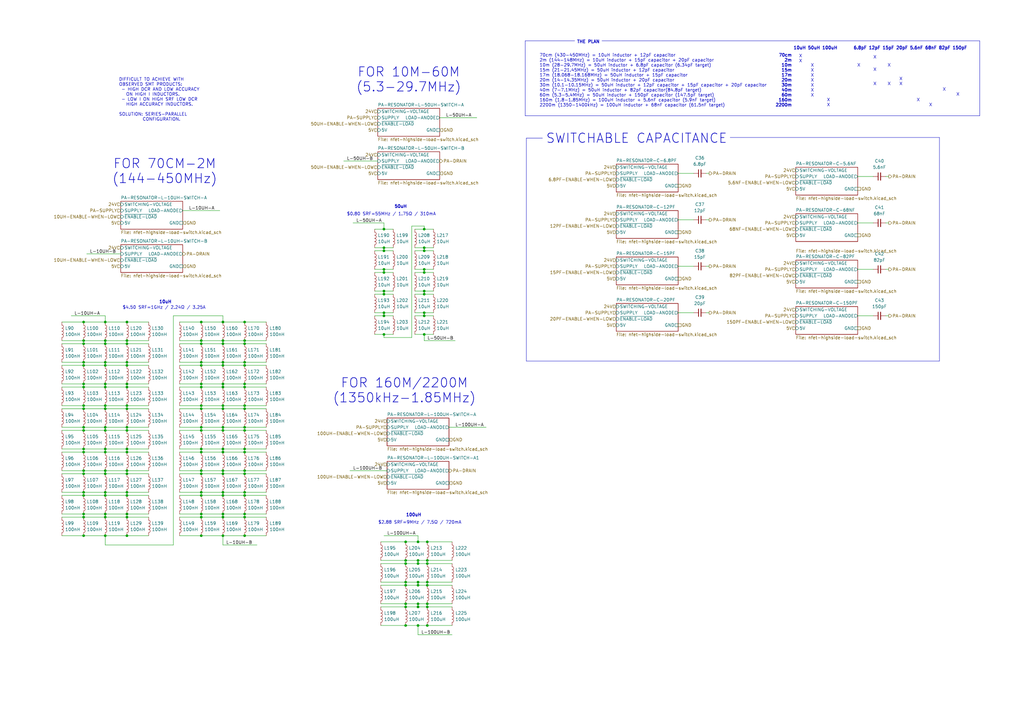
<source format=kicad_sch>
(kicad_sch (version 20231120) (generator "eeschema") (generator_version "8.0")
  (paper "A3")
  (junction (at 52.07 176.53))
  (junction (at 82.55 167.64))
  (junction (at 52.07 167.64))
  (junction (at 91.44 219.71))
  (junction (at 173.99 110.49))
  (junction (at 43.18 149.86))
  (junction (at 157.48 129.54))
  (junction (at 91.44 157.48))
  (junction (at 175.26 247.65))
  (junction (at 34.29 185.42))
  (junction (at 173.99 93.98))
  (junction (at 173.99 111.76))
  (junction (at 173.99 137.16))
  (junction (at 100.33 139.7))
  (junction (at 34.29 140.97))
  (junction (at 166.37 238.76))
  (junction (at 52.07 157.48))
  (junction (at 43.18 201.93))
  (junction (at 52.07 158.75))
  (junction (at 43.18 210.82))
  (junction (at 82.55 219.71))
  (junction (at 157.48 137.16))
  (junction (at 52.07 193.04))
  (junction (at 43.18 184.15))
  (junction (at 52.07 185.42))
  (junction (at 34.29 158.75))
  (junction (at 175.26 231.14))
  (junction (at 91.44 132.08))
  (junction (at 171.45 248.92))
  (junction (at 34.29 176.53))
  (junction (at 175.26 222.25))
  (junction (at 166.37 240.03))
  (junction (at 91.44 194.31))
  (junction (at 157.48 93.98))
  (junction (at 43.18 185.42))
  (junction (at 91.44 185.42))
  (junction (at 157.48 102.87))
  (junction (at 52.07 149.86))
  (junction (at 82.55 157.48))
  (junction (at 43.18 148.59))
  (junction (at 157.48 119.38))
  (junction (at 43.18 158.75))
  (junction (at 166.37 247.65))
  (junction (at 157.48 110.49))
  (junction (at 52.07 132.08))
  (junction (at 175.26 229.87))
  (junction (at 91.44 176.53))
  (junction (at 91.44 149.86))
  (junction (at 82.55 175.26))
  (junction (at 43.18 175.26))
  (junction (at 175.26 240.03))
  (junction (at 52.07 184.15))
  (junction (at 100.33 167.64))
  (junction (at 43.18 140.97))
  (junction (at 91.44 158.75))
  (junction (at 43.18 167.64))
  (junction (at 43.18 176.53))
  (junction (at 82.55 201.93))
  (junction (at 166.37 256.54))
  (junction (at 91.44 166.37))
  (junction (at 82.55 139.7))
  (junction (at 43.18 166.37))
  (junction (at 173.99 129.54))
  (junction (at 34.29 166.37))
  (junction (at 52.07 194.31))
  (junction (at 34.29 201.93))
  (junction (at 82.55 149.86))
  (junction (at 100.33 193.04))
  (junction (at 34.29 210.82))
  (junction (at 100.33 212.09))
  (junction (at 175.26 248.92))
  (junction (at 91.44 203.2))
  (junction (at 173.99 128.27))
  (junction (at 52.07 148.59))
  (junction (at 43.18 157.48))
  (junction (at 100.33 140.97))
  (junction (at 166.37 229.87))
  (junction (at 34.29 175.26))
  (junction (at 166.37 231.14))
  (junction (at 100.33 176.53))
  (junction (at 82.55 166.37))
  (junction (at 82.55 148.59))
  (junction (at 100.33 194.31))
  (junction (at 100.33 210.82))
  (junction (at 34.29 219.71))
  (junction (at 91.44 184.15))
  (junction (at 171.45 240.03))
  (junction (at 82.55 132.08))
  (junction (at 157.48 101.6))
  (junction (at 43.18 212.09))
  (junction (at 100.33 203.2))
  (junction (at 171.45 222.25))
  (junction (at 91.44 193.04))
  (junction (at 82.55 194.31))
  (junction (at 34.29 194.31))
  (junction (at 52.07 210.82))
  (junction (at 91.44 167.64))
  (junction (at 157.48 128.27))
  (junction (at 173.99 120.65))
  (junction (at 82.55 203.2))
  (junction (at 43.18 132.08))
  (junction (at 43.18 219.71))
  (junction (at 100.33 166.37))
  (junction (at 100.33 148.59))
  (junction (at 82.55 158.75))
  (junction (at 82.55 176.53))
  (junction (at 171.45 231.14))
  (junction (at 52.07 201.93))
  (junction (at 52.07 212.09))
  (junction (at 171.45 247.65))
  (junction (at 34.29 167.64))
  (junction (at 52.07 166.37))
  (junction (at 91.44 139.7))
  (junction (at 52.07 219.71))
  (junction (at 82.55 184.15))
  (junction (at 43.18 139.7))
  (junction (at 82.55 185.42))
  (junction (at 157.48 111.76))
  (junction (at 91.44 140.97))
  (junction (at 100.33 149.86))
  (junction (at 34.29 212.09))
  (junction (at 171.45 238.76))
  (junction (at 100.33 185.42))
  (junction (at 100.33 158.75))
  (junction (at 82.55 140.97))
  (junction (at 173.99 119.38))
  (junction (at 157.48 120.65))
  (junction (at 173.99 102.87))
  (junction (at 34.29 193.04))
  (junction (at 82.55 210.82))
  (junction (at 34.29 203.2))
  (junction (at 171.45 229.87))
  (junction (at 82.55 193.04))
  (junction (at 34.29 184.15))
  (junction (at 91.44 175.26))
  (junction (at 43.18 194.31))
  (junction (at 34.29 148.59))
  (junction (at 91.44 201.93))
  (junction (at 82.55 212.09))
  (junction (at 52.07 203.2))
  (junction (at 100.33 184.15))
  (junction (at 100.33 157.48))
  (junction (at 91.44 212.09))
  (junction (at 34.29 149.86))
  (junction (at 100.33 132.08))
  (junction (at 52.07 139.7))
  (junction (at 175.26 256.54))
  (junction (at 166.37 248.92))
  (junction (at 34.29 157.48))
  (junction (at 52.07 175.26))
  (junction (at 43.18 203.2))
  (junction (at 171.45 256.54))
  (junction (at 173.99 101.6))
  (junction (at 34.29 139.7))
  (junction (at 34.29 132.08))
  (junction (at 100.33 219.71))
  (junction (at 91.44 148.59))
  (junction (at 43.18 193.04))
  (junction (at 175.26 238.76))
  (junction (at 100.33 175.26))
  (junction (at 91.44 210.82))
  (junction (at 100.33 201.93))
  (junction (at 52.07 140.97))
  (junction (at 166.37 222.25))
  (wire (pts (xy 82.55 132.08) (xy 91.44 132.08)))
  (wire (pts (xy 91.44 210.82) (xy 91.44 212.09)))
  (wire (pts (xy 91.44 219.71) (xy 91.44 223.52)))
  (wire (pts (xy 34.29 184.15) (xy 43.18 184.15)))
  (wire (pts (xy 43.18 194.31) (xy 52.07 194.31)))
  (wire (pts (xy 25.4 176.53) (xy 34.29 176.53)))
  (wire (pts (xy 156.21 222.25) (xy 166.37 222.25)))
  (wire (pts (xy 34.29 139.7) (xy 43.18 139.7)))
  (polyline (pts (xy 246.888 16.764) (xy 401.828 16.764)))
  (wire (pts (xy 34.29 132.08) (xy 43.18 132.08)))
  (wire (pts (xy 43.18 157.48) (xy 43.18 158.75)))
  (wire (pts (xy 100.33 167.64) (xy 109.22 167.64)))
  (wire (pts (xy 25.4 210.82) (xy 34.29 210.82)))
  (wire (pts (xy 25.4 175.26) (xy 34.29 175.26)))
  (wire (pts (xy 29.21 129.54) (xy 43.18 129.54)))
  (wire (pts (xy 351.79 110.49) (xy 358.14 110.49)))
  (wire (pts (xy 171.45 238.76) (xy 171.45 240.03)))
  (wire (pts (xy 170.18 129.54) (xy 173.99 129.54)))
  (wire (pts (xy 91.44 175.26) (xy 100.33 175.26)))
  (wire (pts (xy 91.44 201.93) (xy 100.33 201.93)))
  (wire (pts (xy 34.29 176.53) (xy 43.18 176.53)))
  (wire (pts (xy 43.18 139.7) (xy 43.18 140.97)))
  (wire (pts (xy 278.13 71.12) (xy 284.48 71.12)))
  (wire (pts (xy 74.93 86.36) (xy 90.17 86.36)))
  (wire (pts (xy 91.44 219.71) (xy 100.33 219.71)))
  (wire (pts (xy 82.55 158.75) (xy 91.44 158.75)))
  (wire (pts (xy 173.99 101.6) (xy 173.99 102.87)))
  (wire (pts (xy 43.18 166.37) (xy 52.07 166.37)))
  (wire (pts (xy 25.4 140.97) (xy 34.29 140.97)))
  (wire (pts (xy 91.44 201.93) (xy 91.44 203.2)))
  (wire (pts (xy 91.44 193.04) (xy 91.44 194.31)))
  (wire (pts (xy 91.44 175.26) (xy 91.44 176.53)))
  (wire (pts (xy 157.48 101.6) (xy 161.29 101.6)))
  (wire (pts (xy 43.18 184.15) (xy 52.07 184.15)))
  (wire (pts (xy 91.44 140.97) (xy 100.33 140.97)))
  (wire (pts (xy 171.45 247.65) (xy 171.45 248.92)))
  (wire (pts (xy 43.18 210.82) (xy 52.07 210.82)))
  (wire (pts (xy 156.21 248.92) (xy 166.37 248.92)))
  (wire (pts (xy 290.83 90.17) (xy 289.56 90.17)))
  (wire (pts (xy 73.66 149.86) (xy 82.55 149.86)))
  (wire (pts (xy 52.07 139.7) (xy 60.96 139.7)))
  (wire (pts (xy 100.33 194.31) (xy 109.22 194.31)))
  (wire (pts (xy 157.48 128.27) (xy 157.48 129.54)))
  (wire (pts (xy 91.44 212.09) (xy 100.33 212.09)))
  (wire (pts (xy 52.07 132.08) (xy 60.96 132.08)))
  (wire (pts (xy 173.99 137.16) (xy 173.99 139.7)))
  (wire (pts (xy 43.18 184.15) (xy 43.18 185.42)))
  (wire (pts (xy 184.15 175.26) (xy 199.39 175.26)))
  (wire (pts (xy 157.48 219.71) (xy 171.45 219.71)))
  (wire (pts (xy 100.33 219.71) (xy 109.22 219.71)))
  (wire (pts (xy 52.07 184.15) (xy 60.96 184.15)))
  (wire (pts (xy 34.29 157.48) (xy 43.18 157.48)))
  (wire (pts (xy 52.07 176.53) (xy 60.96 176.53)))
  (wire (pts (xy 173.99 120.65) (xy 177.8 120.65)))
  (wire (pts (xy 91.44 139.7) (xy 100.33 139.7)))
  (wire (pts (xy 290.83 109.22) (xy 289.56 109.22)))
  (wire (pts (xy 166.37 240.03) (xy 171.45 240.03)))
  (wire (pts (xy 171.45 219.71) (xy 171.45 222.25)))
  (wire (pts (xy 43.18 139.7) (xy 52.07 139.7)))
  (wire (pts (xy 25.4 157.48) (xy 34.29 157.48)))
  (wire (pts (xy 91.44 129.54) (xy 91.44 132.08)))
  (wire (pts (xy 173.99 111.76) (xy 177.8 111.76)))
  (wire (pts (xy 364.49 72.39) (xy 363.22 72.39)))
  (wire (pts (xy 73.66 219.71) (xy 82.55 219.71)))
  (wire (pts (xy 25.4 185.42) (xy 34.29 185.42)))
  (wire (pts (xy 25.4 212.09) (xy 34.29 212.09)))
  (wire (pts (xy 52.07 167.64) (xy 60.96 167.64)))
  (wire (pts (xy 71.12 129.54) (xy 71.12 223.52)))
  (wire (pts (xy 175.26 248.92) (xy 185.42 248.92)))
  (wire (pts (xy 82.55 149.86) (xy 91.44 149.86)))
  (wire (pts (xy 100.33 185.42) (xy 109.22 185.42)))
  (wire (pts (xy 153.67 129.54) (xy 157.48 129.54)))
  (wire (pts (xy 91.44 157.48) (xy 91.44 158.75)))
  (wire (pts (xy 91.44 158.75) (xy 100.33 158.75)))
  (wire (pts (xy 364.49 110.49) (xy 363.22 110.49)))
  (wire (pts (xy 52.07 185.42) (xy 60.96 185.42)))
  (wire (pts (xy 43.18 201.93) (xy 43.18 203.2)))
  (wire (pts (xy 73.66 175.26) (xy 82.55 175.26)))
  (wire (pts (xy 170.18 93.98) (xy 173.99 93.98)))
  (wire (pts (xy 166.37 231.14) (xy 171.45 231.14)))
  (wire (pts (xy 157.48 137.16) (xy 161.29 137.16)))
  (wire (pts (xy 91.44 223.52) (xy 105.41 223.52)))
  (wire (pts (xy 171.45 222.25) (xy 166.37 222.25)))
  (wire (pts (xy 173.99 128.27) (xy 173.99 129.54)))
  (wire (pts (xy 91.44 184.15) (xy 100.33 184.15)))
  (wire (pts (xy 34.29 167.64) (xy 43.18 167.64)))
  (wire (pts (xy 43.18 185.42) (xy 52.07 185.42)))
  (wire (pts (xy 91.44 185.42) (xy 100.33 185.42)))
  (wire (pts (xy 73.66 212.09) (xy 82.55 212.09)))
  (wire (pts (xy 156.21 238.76) (xy 166.37 238.76)))
  (wire (pts (xy 290.83 71.12) (xy 289.56 71.12)))
  (polyline (pts (xy 299.466 56.388) (xy 385.318 56.388)))
  (wire (pts (xy 100.33 201.93) (xy 109.22 201.93)))
  (polyline (pts (xy 385.318 148.082) (xy 385.318 56.388)))
  (wire (pts (xy 52.07 210.82) (xy 60.96 210.82)))
  (wire (pts (xy 143.51 193.04) (xy 158.75 193.04)))
  (wire (pts (xy 82.55 201.93) (xy 91.44 201.93)))
  (wire (pts (xy 171.45 247.65) (xy 166.37 247.65)))
  (wire (pts (xy 100.33 175.26) (xy 109.22 175.26)))
  (wire (pts (xy 52.07 193.04) (xy 60.96 193.04)))
  (wire (pts (xy 73.66 210.82) (xy 82.55 210.82)))
  (wire (pts (xy 180.34 48.26) (xy 195.58 48.26)))
  (wire (pts (xy 185.42 229.87) (xy 175.26 229.87)))
  (wire (pts (xy 91.44 176.53) (xy 100.33 176.53)))
  (wire (pts (xy 71.12 129.54) (xy 91.44 129.54)))
  (wire (pts (xy 52.07 149.86) (xy 60.96 149.86)))
  (wire (pts (xy 100.33 210.82) (xy 109.22 210.82)))
  (wire (pts (xy 34.29 210.82) (xy 43.18 210.82)))
  (wire (pts (xy 91.44 184.15) (xy 91.44 185.42)))
  (wire (pts (xy 153.67 101.6) (xy 157.48 101.6)))
  (wire (pts (xy 100.33 176.53) (xy 109.22 176.53)))
  (wire (pts (xy 25.4 148.59) (xy 34.29 148.59)))
  (wire (pts (xy 91.44 203.2) (xy 100.33 203.2)))
  (wire (pts (xy 25.4 219.71) (xy 34.29 219.71)))
  (wire (pts (xy 34.29 212.09) (xy 43.18 212.09)))
  (wire (pts (xy 156.21 256.54) (xy 166.37 256.54)))
  (wire (pts (xy 34.29 203.2) (xy 43.18 203.2)))
  (wire (pts (xy 364.49 91.44) (xy 363.22 91.44)))
  (wire (pts (xy 82.55 219.71) (xy 91.44 219.71)))
  (wire (pts (xy 171.45 229.87) (xy 166.37 229.87)))
  (wire (pts (xy 185.42 240.03) (xy 175.26 240.03)))
  (wire (pts (xy 278.13 109.22) (xy 284.48 109.22)))
  (wire (pts (xy 175.26 229.87) (xy 171.45 229.87)))
  (wire (pts (xy 34.29 140.97) (xy 43.18 140.97)))
  (wire (pts (xy 52.07 219.71) (xy 60.96 219.71)))
  (wire (pts (xy 157.48 119.38) (xy 157.48 120.65)))
  (wire (pts (xy 175.26 247.65) (xy 171.45 247.65)))
  (wire (pts (xy 157.48 110.49) (xy 157.48 111.76)))
  (wire (pts (xy 73.66 176.53) (xy 82.55 176.53)))
  (wire (pts (xy 171.45 240.03) (xy 175.26 240.03)))
  (wire (pts (xy 73.66 167.64) (xy 82.55 167.64)))
  (wire (pts (xy 25.4 166.37) (xy 34.29 166.37)))
  (wire (pts (xy 171.45 256.54) (xy 175.26 256.54)))
  (polyline (pts (xy 222.504 56.642) (xy 215.9 56.642)))
  (wire (pts (xy 156.21 247.65) (xy 166.37 247.65)))
  (wire (pts (xy 364.49 129.54) (xy 363.22 129.54)))
  (wire (pts (xy 100.33 158.75) (xy 109.22 158.75)))
  (wire (pts (xy 43.18 193.04) (xy 52.07 193.04)))
  (wire (pts (xy 43.18 219.71) (xy 52.07 219.71)))
  (wire (pts (xy 91.44 194.31) (xy 100.33 194.31)))
  (wire (pts (xy 153.67 93.98) (xy 157.48 93.98)))
  (wire (pts (xy 173.99 119.38) (xy 173.99 120.65)))
  (wire (pts (xy 43.18 201.93) (xy 52.07 201.93)))
  (wire (pts (xy 43.18 175.26) (xy 52.07 175.26)))
  (wire (pts (xy 34.29 201.93) (xy 43.18 201.93)))
  (wire (pts (xy 73.66 158.75) (xy 82.55 158.75)))
  (wire (pts (xy 173.99 110.49) (xy 173.99 111.76)))
  (wire (pts (xy 171.45 256.54) (xy 171.45 260.35)))
  (wire (pts (xy 91.44 193.04) (xy 100.33 193.04)))
  (wire (pts (xy 157.48 138.43) (xy 168.91 138.43)))
  (wire (pts (xy 25.4 203.2) (xy 34.29 203.2)))
  (wire (pts (xy 157.48 137.16) (xy 157.48 138.43)))
  (wire (pts (xy 173.99 129.54) (xy 177.8 129.54)))
  (wire (pts (xy 171.45 260.35) (xy 185.42 260.35)))
  (wire (pts (xy 82.55 157.48) (xy 91.44 157.48)))
  (wire (pts (xy 34.29 148.59) (xy 43.18 148.59)))
  (wire (pts (xy 35.56 104.14) (xy 49.53 104.14)))
  (wire (pts (xy 175.26 231.14) (xy 185.42 231.14)))
  (wire (pts (xy 82.55 167.64) (xy 91.44 167.64)))
  (wire (pts (xy 173.99 139.7) (xy 186.69 139.7)))
  (wire (pts (xy 82.55 194.31) (xy 91.44 194.31)))
  (polyline (pts (xy 401.828 47.498) (xy 401.828 16.764)))
  (wire (pts (xy 91.44 166.37) (xy 91.44 167.64)))
  (wire (pts (xy 43.18 166.37) (xy 43.18 167.64)))
  (wire (pts (xy 170.18 102.87) (xy 173.99 102.87)))
  (wire (pts (xy 157.48 111.76) (xy 161.29 111.76)))
  (wire (pts (xy 82.55 140.97) (xy 91.44 140.97)))
  (wire (pts (xy 156.21 231.14) (xy 166.37 231.14)))
  (wire (pts (xy 157.48 91.44) (xy 157.48 93.98)))
  (wire (pts (xy 25.4 184.15) (xy 34.29 184.15)))
  (wire (pts (xy 25.4 132.08) (xy 34.29 132.08)))
  (wire (pts (xy 100.33 157.48) (xy 109.22 157.48)))
  (wire (pts (xy 52.07 166.37) (xy 60.96 166.37)))
  (wire (pts (xy 43.18 158.75) (xy 52.07 158.75)))
  (wire (pts (xy 91.44 167.64) (xy 100.33 167.64)))
  (wire (pts (xy 25.4 167.64) (xy 34.29 167.64)))
  (wire (pts (xy 157.48 129.54) (xy 161.29 129.54)))
  (wire (pts (xy 91.44 149.86) (xy 100.33 149.86)))
  (wire (pts (xy 73.66 201.93) (xy 82.55 201.93)))
  (wire (pts (xy 100.33 184.15) (xy 109.22 184.15)))
  (wire (pts (xy 43.18 132.08) (xy 52.07 132.08)))
  (wire (pts (xy 82.55 148.59) (xy 91.44 148.59)))
  (wire (pts (xy 82.55 176.53) (xy 91.44 176.53)))
  (wire (pts (xy 25.4 149.86) (xy 34.29 149.86)))
  (wire (pts (xy 73.66 194.31) (xy 82.55 194.31)))
  (wire (pts (xy 168.91 92.71) (xy 173.99 92.71)))
  (wire (pts (xy 175.26 222.25) (xy 171.45 222.25)))
  (wire (pts (xy 278.13 128.27) (xy 284.48 128.27)))
  (wire (pts (xy 82.55 212.09) (xy 91.44 212.09)))
  (wire (pts (xy 25.4 201.93) (xy 34.29 201.93)))
  (wire (pts (xy 173.99 119.38) (xy 177.8 119.38)))
  (wire (pts (xy 157.48 102.87) (xy 161.29 102.87)))
  (wire (pts (xy 153.67 119.38) (xy 157.48 119.38)))
  (wire (pts (xy 73.66 139.7) (xy 82.55 139.7)))
  (wire (pts (xy 185.42 247.65) (xy 175.26 247.65)))
  (wire (pts (xy 91.44 139.7) (xy 91.44 140.97)))
  (wire (pts (xy 185.42 222.25) (xy 175.26 222.25)))
  (wire (pts (xy 351.79 129.54) (xy 358.14 129.54)))
  (wire (pts (xy 52.07 212.09) (xy 60.96 212.09)))
  (wire (pts (xy 73.66 193.04) (xy 82.55 193.04)))
  (wire (pts (xy 34.29 193.04) (xy 43.18 193.04)))
  (wire (pts (xy 82.55 193.04) (xy 91.44 193.04)))
  (wire (pts (xy 157.48 101.6) (xy 157.48 102.87)))
  (wire (pts (xy 91.44 166.37) (xy 100.33 166.37)))
  (wire (pts (xy 100.33 193.04) (xy 109.22 193.04)))
  (wire (pts (xy 166.37 248.92) (xy 171.45 248.92)))
  (wire (pts (xy 171.45 238.76) (xy 175.26 238.76)))
  (wire (pts (xy 52.07 157.48) (xy 60.96 157.48)))
  (wire (pts (xy 185.42 256.54) (xy 175.26 256.54)))
  (wire (pts (xy 52.07 203.2) (xy 60.96 203.2)))
  (wire (pts (xy 52.07 158.75) (xy 60.96 158.75)))
  (wire (pts (xy 170.18 110.49) (xy 173.99 110.49)))
  (wire (pts (xy 73.66 148.59) (xy 82.55 148.59)))
  (wire (pts (xy 153.67 110.49) (xy 157.48 110.49)))
  (wire (pts (xy 43.18 175.26) (xy 43.18 176.53)))
  (wire (pts (xy 170.18 101.6) (xy 173.99 101.6)))
  (wire (pts (xy 43.18 212.09) (xy 52.07 212.09)))
  (polyline (pts (xy 215.392 16.764) (xy 215.392 47.498)))
  (wire (pts (xy 43.18 148.59) (xy 43.18 149.86)))
  (wire (pts (xy 91.44 148.59) (xy 100.33 148.59)))
  (wire (pts (xy 43.18 129.54) (xy 43.18 132.08)))
  (wire (pts (xy 170.18 111.76) (xy 173.99 111.76)))
  (wire (pts (xy 290.83 128.27) (xy 289.56 128.27)))
  (wire (pts (xy 278.13 90.17) (xy 284.48 90.17)))
  (wire (pts (xy 171.45 231.14) (xy 175.26 231.14)))
  (wire (pts (xy 73.66 132.08) (xy 82.55 132.08)))
  (wire (pts (xy 170.18 120.65) (xy 173.99 120.65)))
  (wire (pts (xy 166.37 256.54) (xy 171.45 256.54)))
  (wire (pts (xy 153.67 137.16) (xy 157.48 137.16)))
  (wire (pts (xy 153.67 120.65) (xy 157.48 120.65)))
  (wire (pts (xy 82.55 210.82) (xy 91.44 210.82)))
  (wire (pts (xy 173.99 101.6) (xy 177.8 101.6)))
  (wire (pts (xy 43.18 167.64) (xy 52.07 167.64)))
  (polyline (pts (xy 215.9 56.642) (xy 215.9 148.082)))
  (wire (pts (xy 185.42 238.76) (xy 175.26 238.76)))
  (wire (pts (xy 52.07 201.93) (xy 60.96 201.93)))
  (wire (pts (xy 156.21 229.87) (xy 166.37 229.87)))
  (wire (pts (xy 173.99 92.71) (xy 173.99 93.98)))
  (wire (pts (xy 91.44 132.08) (xy 100.33 132.08)))
  (wire (pts (xy 52.07 175.26) (xy 60.96 175.26)))
  (wire (pts (xy 170.18 137.16) (xy 173.99 137.16)))
  (wire (pts (xy 173.99 93.98) (xy 177.8 93.98)))
  (wire (pts (xy 34.29 194.31) (xy 43.18 194.31)))
  (wire (pts (xy 100.33 212.09) (xy 109.22 212.09)))
  (wire (pts (xy 34.29 158.75) (xy 43.18 158.75)))
  (wire (pts (xy 73.66 166.37) (xy 82.55 166.37)))
  (wire (pts (xy 43.18 219.71) (xy 43.18 223.52)))
  (wire (pts (xy 34.29 149.86) (xy 43.18 149.86)))
  (wire (pts (xy 43.18 148.59) (xy 52.07 148.59)))
  (wire (pts (xy 43.18 176.53) (xy 52.07 176.53)))
  (wire (pts (xy 43.18 223.52) (xy 71.12 223.52)))
  (wire (pts (xy 52.07 148.59) (xy 60.96 148.59)))
  (wire (pts (xy 351.79 91.44) (xy 358.14 91.44)))
  (wire (pts (xy 43.18 210.82) (xy 43.18 212.09)))
  (wire (pts (xy 52.07 140.97) (xy 60.96 140.97)))
  (wire (pts (xy 153.67 128.27) (xy 157.48 128.27)))
  (wire (pts (xy 34.29 219.71) (xy 43.18 219.71)))
  (wire (pts (xy 34.29 185.42) (xy 43.18 185.42)))
  (wire (pts (xy 43.18 203.2) (xy 52.07 203.2)))
  (wire (pts (xy 157.48 93.98) (xy 161.29 93.98)))
  (wire (pts (xy 73.66 140.97) (xy 82.55 140.97)))
  (wire (pts (xy 52.07 194.31) (xy 60.96 194.31)))
  (wire (pts (xy 140.97 66.04) (xy 154.94 66.04)))
  (wire (pts (xy 100.33 132.08) (xy 109.22 132.08)))
  (wire (pts (xy 168.91 138.43) (xy 168.91 92.71)))
  (wire (pts (xy 157.48 120.65) (xy 161.29 120.65)))
  (wire (pts (xy 91.44 157.48) (xy 100.33 157.48)))
  (wire (pts (xy 34.29 166.37) (xy 43.18 166.37)))
  (wire (pts (xy 82.55 166.37) (xy 91.44 166.37)))
  (wire (pts (xy 73.66 185.42) (xy 82.55 185.42)))
  (polyline (pts (xy 235.712 16.764) (xy 215.392 16.764)))
  (wire (pts (xy 100.33 140.97) (xy 109.22 140.97)))
  (wire (pts (xy 25.4 193.04) (xy 34.29 193.04)))
  (wire (pts (xy 25.4 194.31) (xy 34.29 194.31)))
  (wire (pts (xy 173.99 102.87) (xy 177.8 102.87)))
  (wire (pts (xy 157.48 110.49) (xy 161.29 110.49)))
  (wire (pts (xy 100.33 148.59) (xy 109.22 148.59)))
  (wire (pts (xy 171.45 229.87) (xy 171.45 231.14)))
  (wire (pts (xy 82.55 175.26) (xy 91.44 175.26)))
  (wire (pts (xy 25.4 139.7) (xy 34.29 139.7)))
  (polyline (pts (xy 215.392 47.498) (xy 401.828 47.498)))
  (wire (pts (xy 351.79 72.39) (xy 358.14 72.39)))
  (wire (pts (xy 156.21 240.03) (xy 166.37 240.03)))
  (wire (pts (xy 157.48 128.27) (xy 161.29 128.27)))
  (wire (pts (xy 173.99 110.49) (xy 177.8 110.49)))
  (polyline (pts (xy 215.9 148.082) (xy 385.318 148.082)))
  (wire (pts (xy 82.55 139.7) (xy 91.44 139.7)))
  (wire (pts (xy 43.18 149.86) (xy 52.07 149.86)))
  (wire (pts (xy 173.99 137.16) (xy 177.8 137.16)))
  (wire (pts (xy 82.55 185.42) (xy 91.44 185.42)))
  (wire (pts (xy 166.37 238.76) (xy 171.45 238.76)))
  (wire (pts (xy 43.18 193.04) (xy 43.18 194.31)))
  (wire (pts (xy 157.48 119.38) (xy 161.29 119.38)))
  (wire (pts (xy 170.18 119.38) (xy 173.99 119.38)))
  (wire (pts (xy 173.99 128.27) (xy 177.8 128.27)))
  (wire (pts (xy 82.55 203.2) (xy 91.44 203.2)))
  (wire (pts (xy 43.18 140.97) (xy 52.07 140.97)))
  (wire (pts (xy 73.66 203.2) (xy 82.55 203.2)))
  (wire (pts (xy 144.78 91.44) (xy 157.48 91.44)))
  (wire (pts (xy 73.66 157.48) (xy 82.55 157.48)))
  (wire (pts (xy 43.18 157.48) (xy 52.07 157.48)))
  (wire (pts (xy 153.67 111.76) (xy 157.48 111.76)))
  (wire (pts (xy 73.66 184.15) (xy 82.55 184.15)))
  (wire (pts (xy 153.67 102.87) (xy 157.48 102.87)))
  (wire (pts (xy 34.29 175.26) (xy 43.18 175.26)))
  (wire (pts (xy 91.44 210.82) (xy 100.33 210.82)))
  (wire (pts (xy 171.45 248.92) (xy 175.26 248.92)))
  (wire (pts (xy 100.33 203.2) (xy 109.22 203.2)))
  (wire (pts (xy 91.44 148.59) (xy 91.44 149.86)))
  (wire (pts (xy 100.33 139.7) (xy 109.22 139.7)))
  (wire (pts (xy 25.4 158.75) (xy 34.29 158.75)))
  (wire (pts (xy 170.18 128.27) (xy 173.99 128.27)))
  (wire (pts (xy 100.33 166.37) (xy 109.22 166.37)))
  (wire (pts (xy 100.33 149.86) (xy 109.22 149.86)))
  (wire (pts (xy 82.55 184.15) (xy 91.44 184.15)))
  (text "X" (at 358.14 22.86 0) (effects (font (size 1.27 1.27)) (justify left top)))
  (text "X" (at 381 42.418 0) (effects (font (size 1.27 1.27)) (justify left top)))
  (text "X" (at 358.14 33.782 0) (effects (font (size 1.27 1.27)) (justify left top)))
  (text "THE PLAN" (at 241.3 17.272 0) (effects (font (size 1.27 1.27) (thickness 0.254) (bold yes))))
  (text "50uH" (at 164.338 84.836 0) (effects (font (size 1.27 1.27) (thickness 0.254) (bold yes))))
  (text "X" (at 363.982 33.782 0) (effects (font (size 1.27 1.27)) (justify left top)))
  (text "$2.88 SRF=9MHz / 7.5Ω / 720mA" (at 172.212 214.376 0) (effects (font (size 1.27 1.27))))
  (text "X" (at 392.176 38.1 0) (effects (font (size 1.27 1.27)) (justify left top)))
  (text "X" (at 351.536 26.162 0) (effects (font (size 1.27 1.27)) (justify left top)))
  (text "FOR 10M-60M\n(5.3-29.7MHz)" (at 167.64 32.766 0) (effects (font (size 3.81 3.81) (thickness 0.254) (bold yes))))
  (text "X" (at 358.14 27.94 0) (effects (font (size 1.27 1.27)) (justify left top)))
  (text "X" (at 363.982 26.162 0) (effects (font (size 1.27 1.27)) (justify left top)))
  (text "SWITCHABLE CAPACITANCE" (at 261.112 56.896 0) (effects (font (size 3.81 3.81) (thickness 0.254) (bold yes))))
  (text "100uH" (at 169.672 211.328 0) (effects (font (size 1.27 1.27) (thickness 0.254) (bold yes))))
  (text "FOR 160M/2200M\n(1350kHz-1.85MHz)" (at 165.862 160.274 0) (effects (font (size 3.81 3.81) (thickness 0.254) (bold yes))))
  (text "FOR 70CM-2M\n(144-450MHz)" (at 67.564 70.358 0) (effects (font (size 3.81 3.81) (thickness 0.254) (bold yes))))
  (text "$4.50 SRF=1GHz / 2.24Ω / 3.25A" (at 67.31 126.238 0) (effects (font (size 1.27 1.27))))
  (text "X" (at 368.808 31.75 0) (effects (font (size 1.27 1.27)) (justify left top)))
  (text "10uH" (at 67.818 123.952 0) (effects (font (size 1.27 1.27) (thickness 0.254) (bold yes))))
  (text "$0.80 SRF=55MHz / 1.75Ω / 310mA\n" (at 160.528 87.884 0) (effects (font (size 1.27 1.27))))
  (text "X" (at 386.588 36.068 0) (effects (font (size 1.27 1.27)) (justify left top)))
  (text "X\nX" (at 339.09 40.386 0) (effects (font (size 1.27 1.27)) (justify left top)))
  (text "70cm\n2m\n10m\n15m\n17m\n20m\n30m\n40m\n60m\n160m\n2200m" (at 324.866 33.02 0) (effects (font (size 1.27 1.27) (thickness 0.254) (bold yes)) (justify right)))
  (text "X\nX" (at 327.66 22.352 0) (effects (font (size 1.27 1.27)) (justify left top)))
  (text "X" (at 375.92 40.386 0) (effects (font (size 1.27 1.27)) (justify left top)))
  (text "X" (at 368.808 33.782 0) (effects (font (size 1.27 1.27)) (justify left top)))
  (text "\n\nX\nX\nX\nX\nX\nX\nX" (at 332.486 22.098 0) (effects (font (size 1.27 1.27)) (justify left top)))
  (text "DIFFICULT TO ACHIEVE WITH\nOBSERVED SMT PRODUCTS:\n - HIGH DCR AND LOW ACCURACY\n   ON HIGH I INDUCTORS.\n - LOW I ON HIGH SRF LOW DCR\n   HIGH ACCURACY INDUCTORS.\n\nSOLUTION: SERIES-PARALLEL\n          CONFIGURATION." (at 48.768 40.894 0) (effects (font (size 1.27 1.27)) (justify left)))
  (text "70cm (430-450MHz) = 10uH inductor + 12pF capacitor\n2m (144-148MHz) = 10uH inductor + 15pF capacitor + 20pF capacitor\n10m (28-29.7MHz) = 50uH inductor + 6.8pF capacitor (6.34pF target)\n15m (21-21.45MHz) = 50uH inductor + 12pF capacitor\n17m (18.068-18.168MHz) = 50uH inductor + 15pF capacitor\n20m (14-14.35MHz) = 50uH inductor + 20pF capacitor\n30m (10.1-10.15MHz) = 50uH inductor + 12pF capacitor + 15pF capacitor + 20pF capacitor\n40m (7-7.1MHz) = 50uH inductor + 82pF capacitor(84.8pF target)\n60m (5.3-5.4MHz) = 50uH inductor + 150pF capacitor (147.5pF target)\n160m (1.8-1.85MHz) = 100uH inductor + 5.6nF capacitor (5.9nF target)\n2200m (1350-1400kHz) = 100uH inductor + 68nF capacitor (61.5nF target)" (at 221.234 33.02 0) (effects (font (size 1.27 1.27)) (justify left)))
  (text "10uH 50uH 100uH       6.8pF 12pF 15pF 20pF 5.6nF 68nF 82pF 150pF" (at 325.374 19.812 0) (effects (font (size 1.27 1.27) (thickness 0.254) (bold yes)) (justify left)))
  (label "L-100UH-A" (at 186.69 175.26 0))
  (label "L-50UH-B" (at 142.24 66.04 0))
  (label "L-100UH-B" (at 144.78 193.04 0))
  (label "L-10UH-B" (at 36.83 104.14 0))
  (label "L-50UH-B" (at 175.26 139.7 0))
  (label "L-50UH-A" (at 182.88 48.26 0))
  (label "L-50UH-A" (at 146.05 91.44 0))
  (label "L-10UH-A" (at 30.48 129.54 0))
  (label "L-10UH-A" (at 77.47 86.36 0))
  (label "L-100UH-A" (at 158.75 219.71 0))
  (label "L-100UH-B" (at 172.72 260.35 0))
  (label "L-10UH-B" (at 92.71 223.52 0))
  (hierarchical_label "24V" (shape input) (at 154.94 45.72 180))
  (hierarchical_label "24V" (shape input) (at 158.75 172.72 180))
  (hierarchical_label "20PF-ENABLE-WHEN-LOW" (shape input) (at 252.73 130.81 180))
  (hierarchical_label "PA-SUPPLY" (shape input) (at 252.73 128.27 180))
  (hierarchical_label "5V" (shape input) (at 252.73 133.35 180))
  (hierarchical_label "10UH-ENABLE-WHEN-LOW" (shape input) (at 49.53 106.68 180))
  (hierarchical_label "12PF-ENABLE-WHEN-LOW" (shape input) (at 252.73 92.71 180))
  (hierarchical_label "15PF-ENABLE-WHEN-LOW" (shape input) (at 252.73 111.76 180))
  (hierarchical_label "5V" (shape input) (at 154.94 71.12 180))
  (hierarchical_label "100UH-ENABLE-WHEN-LOW" (shape input) (at 158.75 177.8 180))
  (hierarchical_label "5V" (shape input) (at 252.73 114.3 180))
  (hierarchical_label "5.6NF-ENABLE-WHEN-LOW" (shape input) (at 326.39 74.93 180))
  (hierarchical_label "GND" (shape input) (at 180.34 53.34 0))
  (hierarchical_label "82PF-ENABLE-WHEN-LOW" (shape input) (at 326.39 113.03 180))
  (hierarchical_label "PA-SUPPLY" (shape input) (at 252.73 71.12 180))
  (hierarchical_label "GND" (shape passive) (at 278.13 95.25 0))
  (hierarchical_label "5V" (shape input) (at 158.75 198.12 180))
  (hierarchical_label "24V" (shape input) (at 252.73 106.68 180))
  (hierarchical_label "PA-DRAIN" (shape output) (at 290.83 90.17 0))
  (hierarchical_label "GND" (shape passive) (at 351.79 96.52 0))
  (hierarchical_label "PA-DRAIN" (shape output) (at 74.93 104.14 0))
  (hierarchical_label "PA-DRAIN" (shape output) (at 364.49 110.49 0))
  (hierarchical_label "PA-SUPPLY" (shape input) (at 49.53 86.36 180))
  (hierarchical_label "GND" (shape input) (at 74.93 91.44 0))
  (hierarchical_label "24V" (shape input) (at 326.39 127 180))
  (hierarchical_label "PA-DRAIN" (shape output) (at 180.34 66.04 0))
  (hierarchical_label "5V" (shape input) (at 326.39 115.57 180))
  (hierarchical_label "24V" (shape input) (at 326.39 88.9 180))
  (hierarchical_label "GND" (shape input) (at 74.93 109.22 0))
  (hierarchical_label "10UH-ENABLE-WHEN-LOW" (shape input) (at 49.53 88.9 180))
  (hierarchical_label "24V" (shape input) (at 252.73 68.58 180))
  (hierarchical_label "5V" (shape input) (at 158.75 180.34 180))
  (hierarchical_label "6.8PF-ENABLE-WHEN-LOW" (shape input) (at 252.73 73.66 180))
  (hierarchical_label "PA-SUPPLY" (shape input) (at 326.39 91.44 180))
  (hierarchical_label "PA-DRAIN" (shape output) (at 290.83 71.12 0))
  (hierarchical_label "68NF-ENABLE-WHEN-LOW" (shape input) (at 326.39 93.98 180))
  (hierarchical_label "GND" (shape input) (at 184.15 180.34 0))
  (hierarchical_label "24V" (shape input) (at 326.39 69.85 180))
  (hierarchical_label "GND" (shape input) (at 184.15 198.12 0))
  (hierarchical_label "PA-SUPPLY" (shape input) (at 158.75 175.26 180))
  (hierarchical_label "24V" (shape input) (at 158.75 190.5 180))
  (hierarchical_label "50UH-ENABLE-WHEN-LOW" (shape input) (at 154.94 50.8 180))
  (hierarchical_label "24V" (shape input) (at 154.94 63.5 180))
  (hierarchical_label "5V" (shape input) (at 326.39 77.47 180))
  (hierarchical_label "PA-SUPPLY" (shape input) (at 326.39 129.54 180))
  (hierarchical_label "24V" (shape input) (at 252.73 87.63 180))
  (hierarchical_label "PA-DRAIN" (shape output) (at 364.49 72.39 0))
  (hierarchical_label "PA-DRAIN" (shape output) (at 364.49 91.44 0))
  (hierarchical_label "5V" (shape input) (at 49.53 91.44 180))
  (hierarchical_label "PA-SUPPLY" (shape input) (at 252.73 90.17 180))
  (hierarchical_label "PA-DRAIN" (shape output) (at 290.83 109.22 0))
  (hierarchical_label "5V" (shape input) (at 326.39 96.52 180))
  (hierarchical_label "100UH-ENABLE-WHEN-LOW" (shape input) (at 158.75 195.58 180))
  (hierarchical_label "5V" (shape input) (at 252.73 76.2 180))
  (hierarchical_label "PA-SUPPLY" (shape input) (at 326.39 110.49 180))
  (hierarchical_label "GND" (shape passive) (at 278.13 114.3 0))
  (hierarchical_label "PA-SUPPLY" (shape input) (at 326.39 72.39 180))
  (hierarchical_label "PA-DRAIN" (shape output) (at 290.83 128.27 0))
  (hierarchical_label "5V" (shape input) (at 154.94 53.34 180))
  (hierarchical_label "PA-DRAIN" (shape output) (at 364.49 129.54 0))
  (hierarchical_label "GND" (shape passive) (at 278.13 76.2 0))
  (hierarchical_label "5V" (shape input) (at 326.39 134.62 180))
  (hierarchical_label "GND" (shape input) (at 180.34 71.12 0))
  (hierarchical_label "5V" (shape input) (at 49.53 109.22 180))
  (hierarchical_label "GND" (shape passive) (at 278.13 133.35 0))
  (hierarchical_label "GND" (shape passive) (at 351.79 77.47 0))
  (hierarchical_label "24V" (shape input) (at 49.53 101.6 180))
  (hierarchical_label "5V" (shape input) (at 252.73 95.25 180))
  (hierarchical_label "GND" (shape passive) (at 351.79 134.62 0))
  (hierarchical_label "150PF-ENABLE-WHEN-LOW" (shape input) (at 326.39 132.08 180))
  (hierarchical_label "PA-SUPPLY" (shape input) (at 252.73 109.22 180))
  (hierarchical_label "50UH-ENABLE-WHEN-LOW" (shape input) (at 154.94 68.58 180))
  (hierarchical_label "24V" (shape input) (at 252.73 125.73 180))
  (hierarchical_label "GND" (shape passive) (at 351.79 115.57 0))
  (hierarchical_label "24V" (shape input) (at 326.39 107.95 180))
  (hierarchical_label "PA-DRAIN" (shape output) (at 184.15 193.04 0))
  (hierarchical_label "24V" (shape input) (at 49.53 83.82 180))
  (hierarchical_label "PA-SUPPLY" (shape input) (at 154.94 48.26 180))
  (symbol (lib_id "Device:L") (at 109.22 207.01 0) (unit 1)
    (property "Reference" "L188" (at 110.49 205.7399 0) (effects (justify left)))
    (property "Value" "100nH" (at 110.49 208.2799 0) (effects (justify left)))
    (property "Footprint" "Inductor_SMD:L_1008_2520Metric" (effects (hide yes)))
    (property "Datasheet" "https://wmsc.lcsc.com/wmsc/upload/file/pdf/v2/lcsc/2304140030_PSA-Prosperity-Dielectrics-FEC1008CP-R10G-LRH_C346437.pdf" (effects (hide yes)))
    (property "Description" "650mA 100nH ±2% 560mΩ 1008 Inductors (SMD) ROHS" (effects (hide yes)))
    (property "LCSC Part #" "C346437" (effects (hide yes)))
    (property "MPN" "FEC1008CP-R10" (effects (hide yes)))
    (property "Manufacturer" "Prosperity" (effects (hide yes)))
  )
  (symbol (lib_id "Device:L") (at 100.33 171.45 0) (unit 1)
    (property "Reference" "L174" (at 101.6 170.1799 0) (effects (justify left)))
    (property "Value" "100nH" (at 101.6 172.7199 0) (effects (justify left)))
    (property "Footprint" "Inductor_SMD:L_1008_2520Metric" (effects (hide yes)))
    (property "Datasheet" "https://wmsc.lcsc.com/wmsc/upload/file/pdf/v2/lcsc/2304140030_PSA-Prosperity-Dielectrics-FEC1008CP-R10G-LRH_C346437.pdf" (effects (hide yes)))
    (property "Description" "650mA 100nH ±2% 560mΩ 1008 Inductors (SMD) ROHS" (effects (hide yes)))
    (property "LCSC Part #" "C346437" (effects (hide yes)))
    (property "MPN" "FEC1008CP-R10" (effects (hide yes)))
    (property "Manufacturer" "Prosperity" (effects (hide yes)))
  )
  (symbol (lib_id "Device:L") (at 170.18 124.46 0) (unit 1)
    (property "Reference" "L211" (at 171.45 123.1899 0) (effects (justify left)))
    (property "Value" "10uH" (at 171.45 125.7299 0) (effects (justify left)))
    (property "Footprint" "Inductor_SMD:L_1008_2520Metric" (effects (hide yes)))
    (property "Datasheet" "https://wmsc.lcsc.com/wmsc/upload/file/pdf/v2/lcsc/2304140030_TDK-NLV25T-100J-PF_C76825.pdf" (effects (hide yes)))
    (property "Description" "155mA 10uH ±5% 1008 Power Inductors ROHS" (effects (hide yes)))
    (property "LCSC Part #" "C76825" (effects (hide yes)))
    (property "MPN" "NLV25T-100J-PF" (effects (hide yes)))
    (property "Manufacturer" "TDK" (effects (hide yes)))
  )
  (symbol (lib_id "Device:L") (at 185.42 243.84 0) (unit 1)
    (property "Reference" "L224" (at 186.69 242.5699 0) (effects (justify left)))
    (property "Value" "100uH" (at 186.69 245.1099 0) (effects (justify left)))
    (property "Footprint" "Inductor_SMD:L_0805_2012Metric" (effects (hide yes)))
    (property "Datasheet" "https://wmsc.lcsc.com/wmsc/upload/file/pdf/v2/lcsc/2306021139_MetalLions-MLW2012RF-101KT_C2885956.pdf" (effects (hide yes)))
    (property "Description" "180mA 100uH ±10% 7.5Ω SMD,1.7x2.3mm Inductors (SMD) ROHS" (effects (hide yes)))
    (property "LCSC Part #" "C2885956" (effects (hide yes)))
    (property "MPN" "MLW2012RF-101KT" (effects (hide yes)))
    (property "Manufacturer" "MetalLions" (effects (hide yes)))
  )
  (symbol (lib_id "Device:L") (at 25.4 198.12 0) (unit 1)
    (property "Reference" "L97" (at 26.67 196.8499 0) (effects (justify left)))
    (property "Value" "100nH" (at 26.67 199.3899 0) (effects (justify left)))
    (property "Footprint" "Inductor_SMD:L_1008_2520Metric" (effects (hide yes)))
    (property "Datasheet" "https://wmsc.lcsc.com/wmsc/upload/file/pdf/v2/lcsc/2304140030_PSA-Prosperity-Dielectrics-FEC1008CP-R10G-LRH_C346437.pdf" (effects (hide yes)))
    (property "Description" "650mA 100nH ±2% 560mΩ 1008 Inductors (SMD) ROHS" (effects (hide yes)))
    (property "LCSC Part #" "C346437" (effects (hide yes)))
    (property "MPN" "FEC1008CP-R10" (effects (hide yes)))
    (property "Manufacturer" "Prosperity" (effects (hide yes)))
  )
  (symbol (lib_id "Device:L") (at 82.55 135.89 0) (unit 1)
    (property "Reference" "L150" (at 83.82 134.6199 0) (effects (justify left)))
    (property "Value" "100nH" (at 83.82 137.1599 0) (effects (justify left)))
    (property "Footprint" "Inductor_SMD:L_1008_2520Metric" (effects (hide yes)))
    (property "Datasheet" "https://wmsc.lcsc.com/wmsc/upload/file/pdf/v2/lcsc/2304140030_PSA-Prosperity-Dielectrics-FEC1008CP-R10G-LRH_C346437.pdf" (effects (hide yes)))
    (property "Description" "650mA 100nH ±2% 560mΩ 1008 Inductors (SMD) ROHS" (effects (hide yes)))
    (property "LCSC Part #" "C346437" (effects (hide yes)))
    (property "MPN" "FEC1008CP-R10" (effects (hide yes)))
    (property "Manufacturer" "Prosperity" (effects (hide yes)))
  )
  (symbol (lib_id "Device:L") (at 109.22 144.78 0) (unit 1)
    (property "Reference" "L181" (at 110.49 143.5099 0) (effects (justify left)))
    (property "Value" "100nH" (at 110.49 146.0499 0) (effects (justify left)))
    (property "Footprint" "Inductor_SMD:L_1008_2520Metric" (effects (hide yes)))
    (property "Datasheet" "https://wmsc.lcsc.com/wmsc/upload/file/pdf/v2/lcsc/2304140030_PSA-Prosperity-Dielectrics-FEC1008CP-R10G-LRH_C346437.pdf" (effects (hide yes)))
    (property "Description" "650mA 100nH ±2% 560mΩ 1008 Inductors (SMD) ROHS" (effects (hide yes)))
    (property "LCSC Part #" "C346437" (effects (hide yes)))
    (property "MPN" "FEC1008CP-R10" (effects (hide yes)))
    (property "Manufacturer" "Prosperity" (effects (hide yes)))
  )
  (symbol (lib_id "Device:L") (at 73.66 198.12 0) (unit 1)
    (property "Reference" "L147" (at 74.93 196.8499 0) (effects (justify left)))
    (property "Value" "100nH" (at 74.93 199.3899 0) (effects (justify left)))
    (property "Footprint" "Inductor_SMD:L_1008_2520Metric" (effects (hide yes)))
    (property "Datasheet" "https://wmsc.lcsc.com/wmsc/upload/file/pdf/v2/lcsc/2304140030_PSA-Prosperity-Dielectrics-FEC1008CP-R10G-LRH_C346437.pdf" (effects (hide yes)))
    (property "Description" "650mA 100nH ±2% 560mΩ 1008 Inductors (SMD) ROHS" (effects (hide yes)))
    (property "LCSC Part #" "C346437" (effects (hide yes)))
    (property "MPN" "FEC1008CP-R10" (effects (hide yes)))
    (property "Manufacturer" "Prosperity" (effects (hide yes)))
  )
  (symbol (lib_id "Device:L") (at 177.8 97.79 0) (unit 1)
    (property "Reference" "L217" (at 179.07 96.5199 0) (effects (justify left)))
    (property "Value" "10uH" (at 179.07 99.0599 0) (effects (justify left)))
    (property "Footprint" "Inductor_SMD:L_1008_2520Metric" (effects (hide yes)))
    (property "Datasheet" "https://wmsc.lcsc.com/wmsc/upload/file/pdf/v2/lcsc/2304140030_TDK-NLV25T-100J-PF_C76825.pdf" (effects (hide yes)))
    (property "Description" "155mA 10uH ±5% 1008 Power Inductors ROHS" (effects (hide yes)))
    (property "LCSC Part #" "C76825" (effects (hide yes)))
    (property "MPN" "NLV25T-100J-PF" (effects (hide yes)))
    (property "Manufacturer" "TDK" (effects (hide yes)))
  )
  (symbol (lib_id "Device:L") (at 156.21 226.06 0) (unit 1)
    (property "Reference" "L195" (at 157.48 224.7899 0) (effects (justify left)))
    (property "Value" "100uH" (at 157.48 227.3299 0) (effects (justify left)))
    (property "Footprint" "Inductor_SMD:L_0805_2012Metric" (effects (hide yes)))
    (property "Datasheet" "https://wmsc.lcsc.com/wmsc/upload/file/pdf/v2/lcsc/2306021139_MetalLions-MLW2012RF-101KT_C2885956.pdf" (effects (hide yes)))
    (property "Description" "180mA 100uH ±10% 7.5Ω SMD,1.7x2.3mm Inductors (SMD) ROHS" (effects (hide yes)))
    (property "LCSC Part #" "C2885956" (effects (hide yes)))
    (property "MPN" "MLW2012RF-101KT" (effects (hide yes)))
    (property "Manufacturer" "MetalLions" (effects (hide yes)))
  )
  (symbol (lib_id "Device:L") (at 73.66 153.67 0) (unit 1)
    (property "Reference" "L142" (at 74.93 152.3999 0) (effects (justify left)))
    (property "Value" "100nH" (at 74.93 154.9399 0) (effects (justify left)))
    (property "Footprint" "Inductor_SMD:L_1008_2520Metric" (effects (hide yes)))
    (property "Datasheet" "https://wmsc.lcsc.com/wmsc/upload/file/pdf/v2/lcsc/2304140030_PSA-Prosperity-Dielectrics-FEC1008CP-R10G-LRH_C346437.pdf" (effects (hide yes)))
    (property "Description" "650mA 100nH ±2% 560mΩ 1008 Inductors (SMD) ROHS" (effects (hide yes)))
    (property "LCSC Part #" "C346437" (effects (hide yes)))
    (property "MPN" "FEC1008CP-R10" (effects (hide yes)))
    (property "Manufacturer" "Prosperity" (effects (hide yes)))
  )
  (symbol (lib_id "Device:L") (at 60.96 189.23 0) (unit 1)
    (property "Reference" "L136" (at 62.23 187.9599 0) (effects (justify left)))
    (property "Value" "100nH" (at 62.23 190.4999 0) (effects (justify left)))
    (property "Footprint" "Inductor_SMD:L_1008_2520Metric" (effects (hide yes)))
    (property "Datasheet" "https://wmsc.lcsc.com/wmsc/upload/file/pdf/v2/lcsc/2304140030_PSA-Prosperity-Dielectrics-FEC1008CP-R10G-LRH_C346437.pdf" (effects (hide yes)))
    (property "Description" "650mA 100nH ±2% 560mΩ 1008 Inductors (SMD) ROHS" (effects (hide yes)))
    (property "LCSC Part #" "C346437" (effects (hide yes)))
    (property "MPN" "FEC1008CP-R10" (effects (hide yes)))
    (property "Manufacturer" "Prosperity" (effects (hide yes)))
  )
  (symbol (lib_id "Device:L") (at 52.07 189.23 0) (unit 1)
    (property "Reference" "L126" (at 53.34 187.9599 0) (effects (justify left)))
    (property "Value" "100nH" (at 53.34 190.4999 0) (effects (justify left)))
    (property "Footprint" "Inductor_SMD:L_1008_2520Metric" (effects (hide yes)))
    (property "Datasheet" "https://wmsc.lcsc.com/wmsc/upload/file/pdf/v2/lcsc/2304140030_PSA-Prosperity-Dielectrics-FEC1008CP-R10G-LRH_C346437.pdf" (effects (hide yes)))
    (property "Description" "650mA 100nH ±2% 560mΩ 1008 Inductors (SMD) ROHS" (effects (hide yes)))
    (property "LCSC Part #" "C346437" (effects (hide yes)))
    (property "MPN" "FEC1008CP-R10" (effects (hide yes)))
    (property "Manufacturer" "Prosperity" (effects (hide yes)))
  )
  (symbol (lib_id "Device:L") (at 82.55 153.67 0) (unit 1)
    (property "Reference" "L152" (at 83.82 152.3999 0) (effects (justify left)))
    (property "Value" "100nH" (at 83.82 154.9399 0) (effects (justify left)))
    (property "Footprint" "Inductor_SMD:L_1008_2520Metric" (effects (hide yes)))
    (property "Datasheet" "https://wmsc.lcsc.com/wmsc/upload/file/pdf/v2/lcsc/2304140030_PSA-Prosperity-Dielectrics-FEC1008CP-R10G-LRH_C346437.pdf" (effects (hide yes)))
    (property "Description" "650mA 100nH ±2% 560mΩ 1008 Inductors (SMD) ROHS" (effects (hide yes)))
    (property "LCSC Part #" "C346437" (effects (hide yes)))
    (property "MPN" "FEC1008CP-R10" (effects (hide yes)))
    (property "Manufacturer" "Prosperity" (effects (hide yes)))
  )
  (symbol (lib_id "Device:L") (at 100.33 144.78 0) (unit 1)
    (property "Reference" "L171" (at 101.6 143.5099 0) (effects (justify left)))
    (property "Value" "100nH" (at 101.6 146.0499 0) (effects (justify left)))
    (property "Footprint" "Inductor_SMD:L_1008_2520Metric" (effects (hide yes)))
    (property "Datasheet" "https://wmsc.lcsc.com/wmsc/upload/file/pdf/v2/lcsc/2304140030_PSA-Prosperity-Dielectrics-FEC1008CP-R10G-LRH_C346437.pdf" (effects (hide yes)))
    (property "Description" "650mA 100nH ±2% 560mΩ 1008 Inductors (SMD) ROHS" (effects (hide yes)))
    (property "LCSC Part #" "C346437" (effects (hide yes)))
    (property "MPN" "FEC1008CP-R10" (effects (hide yes)))
    (property "Manufacturer" "Prosperity" (effects (hide yes)))
  )
  (symbol (lib_id "Device:L") (at 73.66 207.01 0) (unit 1)
    (property "Reference" "L148" (at 74.93 205.7399 0) (effects (justify left)))
    (property "Value" "100nH" (at 74.93 208.2799 0) (effects (justify left)))
    (property "Footprint" "Inductor_SMD:L_1008_2520Metric" (effects (hide yes)))
    (property "Datasheet" "https://wmsc.lcsc.com/wmsc/upload/file/pdf/v2/lcsc/2304140030_PSA-Prosperity-Dielectrics-FEC1008CP-R10G-LRH_C346437.pdf" (effects (hide yes)))
    (property "Description" "650mA 100nH ±2% 560mΩ 1008 Inductors (SMD) ROHS" (effects (hide yes)))
    (property "LCSC Part #" "C346437" (effects (hide yes)))
    (property "MPN" "FEC1008CP-R10" (effects (hide yes)))
    (property "Manufacturer" "Prosperity" (effects (hide yes)))
  )
  (symbol (lib_id "Device:L") (at 25.4 215.9 0) (unit 1)
    (property "Reference" "L99" (at 26.67 214.6299 0) (effects (justify left)))
    (property "Value" "100nH" (at 26.67 217.1699 0) (effects (justify left)))
    (property "Footprint" "Inductor_SMD:L_1008_2520Metric" (effects (hide yes)))
    (property "Datasheet" "https://wmsc.lcsc.com/wmsc/upload/file/pdf/v2/lcsc/2304140030_PSA-Prosperity-Dielectrics-FEC1008CP-R10G-LRH_C346437.pdf" (effects (hide yes)))
    (property "Description" "650mA 100nH ±2% 560mΩ 1008 Inductors (SMD) ROHS" (effects (hide yes)))
    (property "LCSC Part #" "C346437" (effects (hide yes)))
    (property "MPN" "FEC1008CP-R10" (effects (hide yes)))
    (property "Manufacturer" "Prosperity" (effects (hide yes)))
  )
  (symbol (lib_id "Device:L") (at 185.42 234.95 0) (unit 1)
    (property "Reference" "L223" (at 186.69 233.6799 0) (effects (justify left)))
    (property "Value" "100uH" (at 186.69 236.2199 0) (effects (justify left)))
    (property "Footprint" "Inductor_SMD:L_0805_2012Metric" (effects (hide yes)))
    (property "Datasheet" "https://wmsc.lcsc.com/wmsc/upload/file/pdf/v2/lcsc/2306021139_MetalLions-MLW2012RF-101KT_C2885956.pdf" (effects (hide yes)))
    (property "Description" "180mA 100uH ±10% 7.5Ω SMD,1.7x2.3mm Inductors (SMD) ROHS" (effects (hide yes)))
    (property "LCSC Part #" "C2885956" (effects (hide yes)))
    (property "MPN" "MLW2012RF-101KT" (effects (hide yes)))
    (property "Manufacturer" "MetalLions" (effects (hide yes)))
  )
  (symbol (lib_id "Device:L") (at 43.18 198.12 0) (unit 1)
    (property "Reference" "L117" (at 44.45 196.8499 0) (effects (justify left)))
    (property "Value" "100nH" (at 44.45 199.3899 0) (effects (justify left)))
    (property "Footprint" "Inductor_SMD:L_1008_2520Metric" (effects (hide yes)))
    (property "Datasheet" "https://wmsc.lcsc.com/wmsc/upload/file/pdf/v2/lcsc/2304140030_PSA-Prosperity-Dielectrics-FEC1008CP-R10G-LRH_C346437.pdf" (effects (hide yes)))
    (property "Description" "650mA 100nH ±2% 560mΩ 1008 Inductors (SMD) ROHS" (effects (hide yes)))
    (property "LCSC Part #" "C346437" (effects (hide yes)))
    (property "MPN" "FEC1008CP-R10" (effects (hide yes)))
    (property "Manufacturer" "Prosperity" (effects (hide yes)))
  )
  (symbol (lib_id "Device:L") (at 177.8 106.68 0) (unit 1)
    (property "Reference" "L218" (at 179.07 105.4099 0) (effects (justify left)))
    (property "Value" "10uH" (at 179.07 107.9499 0) (effects (justify left)))
    (property "Footprint" "Inductor_SMD:L_1008_2520Metric" (effects (hide yes)))
    (property "Datasheet" "https://wmsc.lcsc.com/wmsc/upload/file/pdf/v2/lcsc/2304140030_TDK-NLV25T-100J-PF_C76825.pdf" (effects (hide yes)))
    (property "Description" "155mA 10uH ±5% 1008 Power Inductors ROHS" (effects (hide yes)))
    (property "LCSC Part #" "C76825" (effects (hide yes)))
    (property "MPN" "NLV25T-100J-PF" (effects (hide yes)))
    (property "Manufacturer" "TDK" (effects (hide yes)))
  )
  (symbol (lib_id "Device:L") (at 109.22 215.9 0) (unit 1)
    (property "Reference" "L189" (at 110.49 214.6299 0) (effects (justify left)))
    (property "Value" "100nH" (at 110.49 217.1699 0) (effects (justify left)))
    (property "Footprint" "Inductor_SMD:L_1008_2520Metric" (effects (hide yes)))
    (property "Datasheet" "https://wmsc.lcsc.com/wmsc/upload/file/pdf/v2/lcsc/2304140030_PSA-Prosperity-Dielectrics-FEC1008CP-R10G-LRH_C346437.pdf" (effects (hide yes)))
    (property "Description" "650mA 100nH ±2% 560mΩ 1008 Inductors (SMD) ROHS" (effects (hide yes)))
    (property "LCSC Part #" "C346437" (effects (hide yes)))
    (property "MPN" "FEC1008CP-R10" (effects (hide yes)))
    (property "Manufacturer" "Prosperity" (effects (hide yes)))
  )
  (symbol (lib_id "Device:L") (at 25.4 135.89 0) (unit 1)
    (property "Reference" "L90" (at 26.67 134.6199 0) (effects (justify left)))
    (property "Value" "100nH" (at 26.67 137.1599 0) (effects (justify left)))
    (property "Footprint" "Inductor_SMD:L_1008_2520Metric" (effects (hide yes)))
    (property "Datasheet" "https://wmsc.lcsc.com/wmsc/upload/file/pdf/v2/lcsc/2304140030_PSA-Prosperity-Dielectrics-FEC1008CP-R10G-LRH_C346437.pdf" (effects (hide yes)))
    (property "Description" "650mA 100nH ±2% 560mΩ 1008 Inductors (SMD) ROHS" (effects (hide yes)))
    (property "LCSC Part #" "C346437" (effects (hide yes)))
    (property "MPN" "FEC1008CP-R10" (effects (hide yes)))
    (property "Manufacturer" "Prosperity" (effects (hide yes)))
  )
  (symbol (lib_id "Device:L") (at 156.21 243.84 0) (unit 1)
    (property "Reference" "L197" (at 157.48 242.5699 0) (effects (justify left)))
    (property "Value" "100uH" (at 157.48 245.1099 0) (effects (justify left)))
    (property "Footprint" "Inductor_SMD:L_0805_2012Metric" (effects (hide yes)))
    (property "Datasheet" "https://wmsc.lcsc.com/wmsc/upload/file/pdf/v2/lcsc/2306021139_MetalLions-MLW2012RF-101KT_C2885956.pdf" (effects (hide yes)))
    (property "Description" "180mA 100uH ±10% 7.5Ω SMD,1.7x2.3mm Inductors (SMD) ROHS" (effects (hide yes)))
    (property "LCSC Part #" "C2885956" (effects (hide yes)))
    (property "MPN" "MLW2012RF-101KT" (effects (hide yes)))
    (property "Manufacturer" "MetalLions" (effects (hide yes)))
  )
  (symbol (lib_id "Device:L") (at 156.21 234.95 0) (unit 1)
    (property "Reference" "L196" (at 157.48 233.6799 0) (effects (justify left)))
    (property "Value" "100uH" (at 157.48 236.2199 0) (effects (justify left)))
    (property "Footprint" "Inductor_SMD:L_0805_2012Metric" (effects (hide yes)))
    (property "Datasheet" "https://wmsc.lcsc.com/wmsc/upload/file/pdf/v2/lcsc/2306021139_MetalLions-MLW2012RF-101KT_C2885956.pdf" (effects (hide yes)))
    (property "Description" "180mA 100uH ±10% 7.5Ω SMD,1.7x2.3mm Inductors (SMD) ROHS" (effects (hide yes)))
    (property "LCSC Part #" "C2885956" (effects (hide yes)))
    (property "MPN" "MLW2012RF-101KT" (effects (hide yes)))
    (property "Manufacturer" "MetalLions" (effects (hide yes)))
  )
  (symbol (lib_id "Device:L") (at 109.22 153.67 0) (unit 1)
    (property "Reference" "L182" (at 110.49 152.3999 0) (effects (justify left)))
    (property "Value" "100nH" (at 110.49 154.9399 0) (effects (justify left)))
    (property "Footprint" "Inductor_SMD:L_1008_2520Metric" (effects (hide yes)))
    (property "Datasheet" "https://wmsc.lcsc.com/wmsc/upload/file/pdf/v2/lcsc/2304140030_PSA-Prosperity-Dielectrics-FEC1008CP-R10G-LRH_C346437.pdf" (effects (hide yes)))
    (property "Description" "650mA 100nH ±2% 560mΩ 1008 Inductors (SMD) ROHS" (effects (hide yes)))
    (property "LCSC Part #" "C346437" (effects (hide yes)))
    (property "MPN" "FEC1008CP-R10" (effects (hide yes)))
    (property "Manufacturer" "Prosperity" (effects (hide yes)))
  )
  (symbol (lib_id "Device:L") (at 60.96 171.45 0) (unit 1)
    (property "Reference" "L134" (at 62.23 170.1799 0) (effects (justify left)))
    (property "Value" "100nH" (at 62.23 172.7199 0) (effects (justify left)))
    (property "Footprint" "Inductor_SMD:L_1008_2520Metric" (effects (hide yes)))
    (property "Datasheet" "https://wmsc.lcsc.com/wmsc/upload/file/pdf/v2/lcsc/2304140030_PSA-Prosperity-Dielectrics-FEC1008CP-R10G-LRH_C346437.pdf" (effects (hide yes)))
    (property "Description" "650mA 100nH ±2% 560mΩ 1008 Inductors (SMD) ROHS" (effects (hide yes)))
    (property "LCSC Part #" "C346437" (effects (hide yes)))
    (property "MPN" "FEC1008CP-R10" (effects (hide yes)))
    (property "Manufacturer" "Prosperity" (effects (hide yes)))
  )
  (symbol (lib_id "Device:L") (at 34.29 207.01 0) (unit 1)
    (property "Reference" "L108" (at 35.56 205.7399 0) (effects (justify left)))
    (property "Value" "100nH" (at 35.56 208.2799 0) (effects (justify left)))
    (property "Footprint" "Inductor_SMD:L_1008_2520Metric" (effects (hide yes)))
    (property "Datasheet" "https://wmsc.lcsc.com/wmsc/upload/file/pdf/v2/lcsc/2304140030_PSA-Prosperity-Dielectrics-FEC1008CP-R10G-LRH_C346437.pdf" (effects (hide yes)))
    (property "Description" "650mA 100nH ±2% 560mΩ 1008 Inductors (SMD) ROHS" (effects (hide yes)))
    (property "LCSC Part #" "C346437" (effects (hide yes)))
    (property "MPN" "FEC1008CP-R10" (effects (hide yes)))
    (property "Manufacturer" "Prosperity" (effects (hide yes)))
  )
  (symbol (lib_id "Device:L") (at 43.18 162.56 0) (unit 1)
    (property "Reference" "L113" (at 44.45 161.2899 0) (effects (justify left)))
    (property "Value" "100nH" (at 44.45 163.8299 0) (effects (justify left)))
    (property "Footprint" "Inductor_SMD:L_1008_2520Metric" (effects (hide yes)))
    (property "Datasheet" "https://wmsc.lcsc.com/wmsc/upload/file/pdf/v2/lcsc/2304140030_PSA-Prosperity-Dielectrics-FEC1008CP-R10G-LRH_C346437.pdf" (effects (hide yes)))
    (property "Description" "650mA 100nH ±2% 560mΩ 1008 Inductors (SMD) ROHS" (effects (hide yes)))
    (property "LCSC Part #" "C346437" (effects (hide yes)))
    (property "MPN" "FEC1008CP-R10" (effects (hide yes)))
    (property "Manufacturer" "Prosperity" (effects (hide yes)))
  )
  (symbol (lib_id "Device:L") (at 153.67 124.46 0) (unit 1)
    (property "Reference" "L193" (at 154.94 123.1899 0) (effects (justify left)))
    (property "Value" "10uH" (at 154.94 125.7299 0) (effects (justify left)))
    (property "Footprint" "Inductor_SMD:L_1008_2520Metric" (effects (hide yes)))
    (property "Datasheet" "https://wmsc.lcsc.com/wmsc/upload/file/pdf/v2/lcsc/2304140030_TDK-NLV25T-100J-PF_C76825.pdf" (effects (hide yes)))
    (property "Description" "155mA 10uH ±5% 1008 Power Inductors ROHS" (effects (hide yes)))
    (property "LCSC Part #" "C76825" (effects (hide yes)))
    (property "MPN" "NLV25T-100J-PF" (effects (hide yes)))
    (property "Manufacturer" "TDK" (effects (hide yes)))
  )
  (symbol (lib_id "Device:C_Small") (at 360.68 129.54 90) (unit 1)
    (property "Reference" "C43" (at 360.6863 123.19 90))
    (property "Value" "150pF" (at 360.6863 125.73 90))
    (property "Footprint" "Capacitor_SMD:C_1206_3216Metric" (effects (hide yes)))
    (property "Datasheet" "https://wmsc.lcsc.com/wmsc/upload/file/pdf/v2/lcsc/2308111643_Murata-Electronics-GRM31A5C2J151JW01D_C162445.pdf" (effects (hide yes)))
    (property "Description" "630V 150pF C0G ±5% 1206 Multilayer Ceramic Capacitors MLCC - SMD/SMT ROHS" (effects (hide yes)))
    (property "LCSC Part #" "C162445" (effects (hide yes)))
    (property "MPN" "GRM31A5C2J151JW01D" (effects (hide yes)))
    (property "Manufacturer" "Murata" (effects (hide yes)))
  )
  (symbol (lib_id "Device:L") (at 34.29 215.9 0) (unit 1)
    (property "Reference" "L109" (at 35.56 214.6299 0) (effects (justify left)))
    (property "Value" "100nH" (at 35.56 217.1699 0) (effects (justify left)))
    (property "Footprint" "Inductor_SMD:L_1008_2520Metric" (effects (hide yes)))
    (property "Datasheet" "https://wmsc.lcsc.com/wmsc/upload/file/pdf/v2/lcsc/2304140030_PSA-Prosperity-Dielectrics-FEC1008CP-R10G-LRH_C346437.pdf" (effects (hide yes)))
    (property "Description" "650mA 100nH ±2% 560mΩ 1008 Inductors (SMD) ROHS" (effects (hide yes)))
    (property "LCSC Part #" "C346437" (effects (hide yes)))
    (property "MPN" "FEC1008CP-R10" (effects (hide yes)))
    (property "Manufacturer" "Prosperity" (effects (hide yes)))
  )
  (symbol (lib_id "Device:L") (at 100.33 153.67 0) (unit 1)
    (property "Reference" "L172" (at 101.6 152.3999 0) (effects (justify left)))
    (property "Value" "100nH" (at 101.6 154.9399 0) (effects (justify left)))
    (property "Footprint" "Inductor_SMD:L_1008_2520Metric" (effects (hide yes)))
    (property "Datasheet" "https://wmsc.lcsc.com/wmsc/upload/file/pdf/v2/lcsc/2304140030_PSA-Prosperity-Dielectrics-FEC1008CP-R10G-LRH_C346437.pdf" (effects (hide yes)))
    (property "Description" "650mA 100nH ±2% 560mΩ 1008 Inductors (SMD) ROHS" (effects (hide yes)))
    (property "LCSC Part #" "C346437" (effects (hide yes)))
    (property "MPN" "FEC1008CP-R10" (effects (hide yes)))
    (property "Manufacturer" "Prosperity" (effects (hide yes)))
  )
  (symbol (lib_id "Device:L") (at 82.55 189.23 0) (unit 1)
    (property "Reference" "L156" (at 83.82 187.9599 0) (effects (justify left)))
    (property "Value" "100nH" (at 83.82 190.4999 0) (effects (justify left)))
    (property "Footprint" "Inductor_SMD:L_1008_2520Metric" (effects (hide yes)))
    (property "Datasheet" "https://wmsc.lcsc.com/wmsc/upload/file/pdf/v2/lcsc/2304140030_PSA-Prosperity-Dielectrics-FEC1008CP-R10G-LRH_C346437.pdf" (effects (hide yes)))
    (property "Description" "650mA 100nH ±2% 560mΩ 1008 Inductors (SMD) ROHS" (effects (hide yes)))
    (property "LCSC Part #" "C346437" (effects (hide yes)))
    (property "MPN" "FEC1008CP-R10" (effects (hide yes)))
    (property "Manufacturer" "Prosperity" (effects (hide yes)))
  )
  (symbol (lib_id "Device:L") (at 91.44 189.23 0) (unit 1)
    (property "Reference" "L166" (at 92.71 187.9599 0) (effects (justify left)))
    (property "Value" "100nH" (at 92.71 190.4999 0) (effects (justify left)))
    (property "Footprint" "Inductor_SMD:L_1008_2520Metric" (effects (hide yes)))
    (property "Datasheet" "https://wmsc.lcsc.com/wmsc/upload/file/pdf/v2/lcsc/2304140030_PSA-Prosperity-Dielectrics-FEC1008CP-R10G-LRH_C346437.pdf" (effects (hide yes)))
    (property "Description" "650mA 100nH ±2% 560mΩ 1008 Inductors (SMD) ROHS" (effects (hide yes)))
    (property "LCSC Part #" "C346437" (effects (hide yes)))
    (property "MPN" "FEC1008CP-R10" (effects (hide yes)))
    (property "Manufacturer" "Prosperity" (effects (hide yes)))
  )
  (symbol (lib_id "Device:L") (at 161.29 115.57 0) (unit 1)
    (property "Reference" "L201" (at 162.56 114.2999 0) (effects (justify left)))
    (property "Value" "10uH" (at 162.56 116.8399 0) (effects (justify left)))
    (property "Footprint" "Inductor_SMD:L_1008_2520Metric" (effects (hide yes)))
    (property "Datasheet" "https://wmsc.lcsc.com/wmsc/upload/file/pdf/v2/lcsc/2304140030_TDK-NLV25T-100J-PF_C76825.pdf" (effects (hide yes)))
    (property "Description" "155mA 10uH ±5% 1008 Power Inductors ROHS" (effects (hide yes)))
    (property "LCSC Part #" "C76825" (effects (hide yes)))
    (property "MPN" "NLV25T-100J-PF" (effects (hide yes)))
    (property "Manufacturer" "TDK" (effects (hide yes)))
  )
  (symbol (lib_id "Device:L") (at 100.33 135.89 0) (unit 1)
    (property "Reference" "L170" (at 101.6 134.6199 0) (effects (justify left)))
    (property "Value" "100nH" (at 101.6 137.1599 0) (effects (justify left)))
    (property "Footprint" "Inductor_SMD:L_1008_2520Metric" (effects (hide yes)))
    (property "Datasheet" "https://wmsc.lcsc.com/wmsc/upload/file/pdf/v2/lcsc/2304140030_PSA-Prosperity-Dielectrics-FEC1008CP-R10G-LRH_C346437.pdf" (effects (hide yes)))
    (property "Description" "650mA 100nH ±2% 560mΩ 1008 Inductors (SMD) ROHS" (effects (hide yes)))
    (property "LCSC Part #" "C346437" (effects (hide yes)))
    (property "MPN" "FEC1008CP-R10" (effects (hide yes)))
    (property "Manufacturer" "Prosperity" (effects (hide yes)))
  )
  (symbol (lib_id "Device:L") (at 25.4 162.56 0) (unit 1)
    (property "Reference" "L93" (at 26.67 161.2899 0) (effects (justify left)))
    (property "Value" "100nH" (at 26.67 163.8299 0) (effects (justify left)))
    (property "Footprint" "Inductor_SMD:L_1008_2520Metric" (effects (hide yes)))
    (property "Datasheet" "https://wmsc.lcsc.com/wmsc/upload/file/pdf/v2/lcsc/2304140030_PSA-Prosperity-Dielectrics-FEC1008CP-R10G-LRH_C346437.pdf" (effects (hide yes)))
    (property "Description" "650mA 100nH ±2% 560mΩ 1008 Inductors (SMD) ROHS" (effects (hide yes)))
    (property "LCSC Part #" "C346437" (effects (hide yes)))
    (property "MPN" "FEC1008CP-R10" (effects (hide yes)))
    (property "Manufacturer" "Prosperity" (effects (hide yes)))
  )
  (symbol (lib_id "Device:L") (at 43.18 215.9 0) (unit 1)
    (property "Reference" "L119" (at 44.45 214.6299 0) (effects (justify left)))
    (property "Value" "100nH" (at 44.45 217.1699 0) (effects (justify left)))
    (property "Footprint" "Inductor_SMD:L_1008_2520Metric" (effects (hide yes)))
    (property "Datasheet" "https://wmsc.lcsc.com/wmsc/upload/file/pdf/v2/lcsc/2304140030_PSA-Prosperity-Dielectrics-FEC1008CP-R10G-LRH_C346437.pdf" (effects (hide yes)))
    (property "Description" "650mA 100nH ±2% 560mΩ 1008 Inductors (SMD) ROHS" (effects (hide yes)))
    (property "LCSC Part #" "C346437" (effects (hide yes)))
    (property "MPN" "FEC1008CP-R10" (effects (hide yes)))
    (property "Manufacturer" "Prosperity" (effects (hide yes)))
  )
  (symbol (lib_id "Device:L") (at 34.29 180.34 0) (unit 1)
    (property "Reference" "L105" (at 35.56 179.0699 0) (effects (justify left)))
    (property "Value" "100nH" (at 35.56 181.6099 0) (effects (justify left)))
    (property "Footprint" "Inductor_SMD:L_1008_2520Metric" (effects (hide yes)))
    (property "Datasheet" "https://wmsc.lcsc.com/wmsc/upload/file/pdf/v2/lcsc/2304140030_PSA-Prosperity-Dielectrics-FEC1008CP-R10G-LRH_C346437.pdf" (effects (hide yes)))
    (property "Description" "650mA 100nH ±2% 560mΩ 1008 Inductors (SMD) ROHS" (effects (hide yes)))
    (property "LCSC Part #" "C346437" (effects (hide yes)))
    (property "MPN" "FEC1008CP-R10" (effects (hide yes)))
    (property "Manufacturer" "Prosperity" (effects (hide yes)))
  )
  (symbol (lib_id "Device:L") (at 161.29 124.46 0) (unit 1)
    (property "Reference" "L202" (at 162.56 123.1899 0) (effects (justify left)))
    (property "Value" "10uH" (at 162.56 125.7299 0) (effects (justify left)))
    (property "Footprint" "Inductor_SMD:L_1008_2520Metric" (effects (hide yes)))
    (property "Datasheet" "https://wmsc.lcsc.com/wmsc/upload/file/pdf/v2/lcsc/2304140030_TDK-NLV25T-100J-PF_C76825.pdf" (effects (hide yes)))
    (property "Description" "155mA 10uH ±5% 1008 Power Inductors ROHS" (effects (hide yes)))
    (property "LCSC Part #" "C76825" (effects (hide yes)))
    (property "MPN" "NLV25T-100J-PF" (effects (hide yes)))
    (property "Manufacturer" "TDK" (effects (hide yes)))
  )
  (symbol (lib_id "Device:L") (at 73.66 215.9 0) (unit 1)
    (property "Reference" "L149" (at 74.93 214.6299 0) (effects (justify left)))
    (property "Value" "100nH" (at 74.93 217.1699 0) (effects (justify left)))
    (property "Footprint" "Inductor_SMD:L_1008_2520Metric" (effects (hide yes)))
    (property "Datasheet" "https://wmsc.lcsc.com/wmsc/upload/file/pdf/v2/lcsc/2304140030_PSA-Prosperity-Dielectrics-FEC1008CP-R10G-LRH_C346437.pdf" (effects (hide yes)))
    (property "Description" "650mA 100nH ±2% 560mΩ 1008 Inductors (SMD) ROHS" (effects (hide yes)))
    (property "LCSC Part #" "C346437" (effects (hide yes)))
    (property "MPN" "FEC1008CP-R10" (effects (hide yes)))
    (property "Manufacturer" "Prosperity" (effects (hide yes)))
  )
  (symbol (lib_id "Device:L") (at 91.44 144.78 0) (unit 1)
    (property "Reference" "L161" (at 92.71 143.5099 0) (effects (justify left)))
    (property "Value" "100nH" (at 92.71 146.0499 0) (effects (justify left)))
    (property "Footprint" "Inductor_SMD:L_1008_2520Metric" (effects (hide yes)))
    (property "Datasheet" "https://wmsc.lcsc.com/wmsc/upload/file/pdf/v2/lcsc/2304140030_PSA-Prosperity-Dielectrics-FEC1008CP-R10G-LRH_C346437.pdf" (effects (hide yes)))
    (property "Description" "650mA 100nH ±2% 560mΩ 1008 Inductors (SMD) ROHS" (effects (hide yes)))
    (property "LCSC Part #" "C346437" (effects (hide yes)))
    (property "MPN" "FEC1008CP-R10" (effects (hide yes)))
    (property "Manufacturer" "Prosperity" (effects (hide yes)))
  )
  (symbol (lib_id "Device:L") (at 34.29 171.45 0) (unit 1)
    (property "Reference" "L104" (at 35.56 170.1799 0) (effects (justify left)))
    (property "Value" "100nH" (at 35.56 172.7199 0) (effects (justify left)))
    (property "Footprint" "Inductor_SMD:L_1008_2520Metric" (effects (hide yes)))
    (property "Datasheet" "https://wmsc.lcsc.com/wmsc/upload/file/pdf/v2/lcsc/2304140030_PSA-Prosperity-Dielectrics-FEC1008CP-R10G-LRH_C346437.pdf" (effects (hide yes)))
    (property "Description" "650mA 100nH ±2% 560mΩ 1008 Inductors (SMD) ROHS" (effects (hide yes)))
    (property "LCSC Part #" "C346437" (effects (hide yes)))
    (property "MPN" "FEC1008CP-R10" (effects (hide yes)))
    (property "Manufacturer" "Prosperity" (effects (hide yes)))
  )
  (symbol (lib_id "Device:C_Small") (at 360.68 110.49 90) (unit 1)
    (property "Reference" "C42" (at 360.6863 104.14 90))
    (property "Value" "82pF" (at 360.6863 106.68 90))
    (property "Footprint" "Capacitor_SMD:C_1206_3216Metric" (effects (hide yes)))
    (property "Datasheet" "https://wmsc.lcsc.com/wmsc/upload/file/pdf/v2/lcsc/2304140030_CCTC-TCC1206COG820J500DT_C282806.pdf" (effects (hide yes)))
    (property "Description" "50V 82pF C0G ±5% 1206 Multilayer Ceramic Capacitors MLCC - SMD/SMT ROHS" (effects (hide yes)))
    (property "LCSC Part #" "C282806" (effects (hide yes)))
    (property "MPN" "TCC1206COG820J500DT" (effects (hide yes)))
    (property "Manufacturer" "CCTC" (effects (hide yes)))
  )
  (symbol (lib_id "Device:L") (at 52.07 207.01 0) (unit 1)
    (property "Reference" "L128" (at 53.34 205.7399 0) (effects (justify left)))
    (property "Value" "100nH" (at 53.34 208.2799 0) (effects (justify left)))
    (property "Footprint" "Inductor_SMD:L_1008_2520Metric" (effects (hide yes)))
    (property "Datasheet" "https://wmsc.lcsc.com/wmsc/upload/file/pdf/v2/lcsc/2304140030_PSA-Prosperity-Dielectrics-FEC1008CP-R10G-LRH_C346437.pdf" (effects (hide yes)))
    (property "Description" "650mA 100nH ±2% 560mΩ 1008 Inductors (SMD) ROHS" (effects (hide yes)))
    (property "LCSC Part #" "C346437" (effects (hide yes)))
    (property "MPN" "FEC1008CP-R10" (effects (hide yes)))
    (property "Manufacturer" "Prosperity" (effects (hide yes)))
  )
  (symbol (lib_id "Device:L") (at 161.29 133.35 0) (unit 1)
    (property "Reference" "L203" (at 162.56 132.0799 0) (effects (justify left)))
    (property "Value" "10uH" (at 162.56 134.6199 0) (effects (justify left)))
    (property "Footprint" "Inductor_SMD:L_1008_2520Metric" (effects (hide yes)))
    (property "Datasheet" "https://wmsc.lcsc.com/wmsc/upload/file/pdf/v2/lcsc/2304140030_TDK-NLV25T-100J-PF_C76825.pdf" (effects (hide yes)))
    (property "Description" "155mA 10uH ±5% 1008 Power Inductors ROHS" (effects (hide yes)))
    (property "LCSC Part #" "C76825" (effects (hide yes)))
    (property "MPN" "NLV25T-100J-PF" (effects (hide yes)))
    (property "Manufacturer" "TDK" (effects (hide yes)))
  )
  (symbol (lib_id "Device:L") (at 73.66 162.56 0) (unit 1)
    (property "Reference" "L143" (at 74.93 161.2899 0) (effects (justify left)))
    (property "Value" "100nH" (at 74.93 163.8299 0) (effects (justify left)))
    (property "Footprint" "Inductor_SMD:L_1008_2520Metric" (effects (hide yes)))
    (property "Datasheet" "https://wmsc.lcsc.com/wmsc/upload/file/pdf/v2/lcsc/2304140030_PSA-Prosperity-Dielectrics-FEC1008CP-R10G-LRH_C346437.pdf" (effects (hide yes)))
    (property "Description" "650mA 100nH ±2% 560mΩ 1008 Inductors (SMD) ROHS" (effects (hide yes)))
    (property "LCSC Part #" "C346437" (effects (hide yes)))
    (property "MPN" "FEC1008CP-R10" (effects (hide yes)))
    (property "Manufacturer" "Prosperity" (effects (hide yes)))
  )
  (symbol (lib_id "Device:L") (at 82.55 162.56 0) (unit 1)
    (property "Reference" "L153" (at 83.82 161.2899 0) (effects (justify left)))
    (property "Value" "100nH" (at 83.82 163.8299 0) (effects (justify left)))
    (property "Footprint" "Inductor_SMD:L_1008_2520Metric" (effects (hide yes)))
    (property "Datasheet" "https://wmsc.lcsc.com/wmsc/upload/file/pdf/v2/lcsc/2304140030_PSA-Prosperity-Dielectrics-FEC1008CP-R10G-LRH_C346437.pdf" (effects (hide yes)))
    (property "Description" "650mA 100nH ±2% 560mΩ 1008 Inductors (SMD) ROHS" (effects (hide yes)))
    (property "LCSC Part #" "C346437" (effects (hide yes)))
    (property "MPN" "FEC1008CP-R10" (effects (hide yes)))
    (property "Manufacturer" "Prosperity" (effects (hide yes)))
  )
  (symbol (lib_id "Device:L") (at 91.44 162.56 0) (unit 1)
    (property "Reference" "L163" (at 92.71 161.2899 0) (effects (justify left)))
    (property "Value" "100nH" (at 92.71 163.8299 0) (effects (justify left)))
    (property "Footprint" "Inductor_SMD:L_1008_2520Metric" (effects (hide yes)))
    (property "Datasheet" "https://wmsc.lcsc.com/wmsc/upload/file/pdf/v2/lcsc/2304140030_PSA-Prosperity-Dielectrics-FEC1008CP-R10G-LRH_C346437.pdf" (effects (hide yes)))
    (property "Description" "650mA 100nH ±2% 560mΩ 1008 Inductors (SMD) ROHS" (effects (hide yes)))
    (property "LCSC Part #" "C346437" (effects (hide yes)))
    (property "MPN" "FEC1008CP-R10" (effects (hide yes)))
    (property "Manufacturer" "Prosperity" (effects (hide yes)))
  )
  (symbol (lib_id "Device:L") (at 100.33 215.9 0) (unit 1)
    (property "Reference" "L179" (at 101.6 214.6299 0) (effects (justify left)))
    (property "Value" "100nH" (at 101.6 217.1699 0) (effects (justify left)))
    (property "Footprint" "Inductor_SMD:L_1008_2520Metric" (effects (hide yes)))
    (property "Datasheet" "https://wmsc.lcsc.com/wmsc/upload/file/pdf/v2/lcsc/2304140030_PSA-Prosperity-Dielectrics-FEC1008CP-R10G-LRH_C346437.pdf" (effects (hide yes)))
    (property "Description" "650mA 100nH ±2% 560mΩ 1008 Inductors (SMD) ROHS" (effects (hide yes)))
    (property "LCSC Part #" "C346437" (effects (hide yes)))
    (property "MPN" "FEC1008CP-R10" (effects (hide yes)))
    (property "Manufacturer" "Prosperity" (effects (hide yes)))
  )
  (symbol (lib_id "Device:L") (at 34.29 153.67 0) (unit 1)
    (property "Reference" "L102" (at 35.56 152.3999 0) (effects (justify left)))
    (property "Value" "100nH" (at 35.56 154.9399 0) (effects (justify left)))
    (property "Footprint" "Inductor_SMD:L_1008_2520Metric" (effects (hide yes)))
    (property "Datasheet" "https://wmsc.lcsc.com/wmsc/upload/file/pdf/v2/lcsc/2304140030_PSA-Prosperity-Dielectrics-FEC1008CP-R10G-LRH_C346437.pdf" (effects (hide yes)))
    (property "Description" "650mA 100nH ±2% 560mΩ 1008 Inductors (SMD) ROHS" (effects (hide yes)))
    (property "LCSC Part #" "C346437" (effects (hide yes)))
    (property "MPN" "FEC1008CP-R10" (effects (hide yes)))
    (property "Manufacturer" "Prosperity" (effects (hide yes)))
  )
  (symbol (lib_id "Device:L") (at 91.44 135.89 0) (unit 1)
    (property "Reference" "L160" (at 92.71 134.6199 0) (effects (justify left)))
    (property "Value" "100nH" (at 92.71 137.1599 0) (effects (justify left)))
    (property "Footprint" "Inductor_SMD:L_1008_2520Metric" (effects (hide yes)))
    (property "Datasheet" "https://wmsc.lcsc.com/wmsc/upload/file/pdf/v2/lcsc/2304140030_PSA-Prosperity-Dielectrics-FEC1008CP-R10G-LRH_C346437.pdf" (effects (hide yes)))
    (property "Description" "650mA 100nH ±2% 560mΩ 1008 Inductors (SMD) ROHS" (effects (hide yes)))
    (property "LCSC Part #" "C346437" (effects (hide yes)))
    (property "MPN" "FEC1008CP-R10" (effects (hide yes)))
    (property "Manufacturer" "Prosperity" (effects (hide yes)))
  )
  (symbol (lib_id "Device:L") (at 43.18 207.01 0) (unit 1)
    (property "Reference" "L118" (at 44.45 205.7399 0) (effects (justify left)))
    (property "Value" "100nH" (at 44.45 208.2799 0) (effects (justify left)))
    (property "Footprint" "Inductor_SMD:L_1008_2520Metric" (effects (hide yes)))
    (property "Datasheet" "https://wmsc.lcsc.com/wmsc/upload/file/pdf/v2/lcsc/2304140030_PSA-Prosperity-Dielectrics-FEC1008CP-R10G-LRH_C346437.pdf" (effects (hide yes)))
    (property "Description" "650mA 100nH ±2% 560mΩ 1008 Inductors (SMD) ROHS" (effects (hide yes)))
    (property "LCSC Part #" "C346437" (effects (hide yes)))
    (property "MPN" "FEC1008CP-R10" (effects (hide yes)))
    (property "Manufacturer" "Prosperity" (effects (hide yes)))
  )
  (symbol (lib_id "Device:L") (at 25.4 180.34 0) (unit 1)
    (property "Reference" "L95" (at 26.67 179.0699 0) (effects (justify left)))
    (property "Value" "100nH" (at 26.67 181.6099 0) (effects (justify left)))
    (property "Footprint" "Inductor_SMD:L_1008_2520Metric" (effects (hide yes)))
    (property "Datasheet" "https://wmsc.lcsc.com/wmsc/upload/file/pdf/v2/lcsc/2304140030_PSA-Prosperity-Dielectrics-FEC1008CP-R10G-LRH_C346437.pdf" (effects (hide yes)))
    (property "Description" "650mA 100nH ±2% 560mΩ 1008 Inductors (SMD) ROHS" (effects (hide yes)))
    (property "LCSC Part #" "C346437" (effects (hide yes)))
    (property "MPN" "FEC1008CP-R10" (effects (hide yes)))
    (property "Manufacturer" "Prosperity" (effects (hide yes)))
  )
  (symbol (lib_id "Device:L") (at 100.33 198.12 0) (unit 1)
    (property "Reference" "L177" (at 101.6 196.8499 0) (effects (justify left)))
    (property "Value" "100nH" (at 101.6 199.3899 0) (effects (justify left)))
    (property "Footprint" "Inductor_SMD:L_1008_2520Metric" (effects (hide yes)))
    (property "Datasheet" "https://wmsc.lcsc.com/wmsc/upload/file/pdf/v2/lcsc/2304140030_PSA-Prosperity-Dielectrics-FEC1008CP-R10G-LRH_C346437.pdf" (effects (hide yes)))
    (property "Description" "650mA 100nH ±2% 560mΩ 1008 Inductors (SMD) ROHS" (effects (hide yes)))
    (property "LCSC Part #" "C346437" (effects (hide yes)))
    (property "MPN" "FEC1008CP-R10" (effects (hide yes)))
    (property "Manufacturer" "Prosperity" (effects (hide yes)))
  )
  (symbol (lib_id "Device:L") (at 166.37 226.06 0) (unit 1)
    (property "Reference" "L204" (at 167.64 224.7899 0) (effects (justify left)))
    (property "Value" "100uH" (at 167.64 227.3299 0) (effects (justify left)))
    (property "Footprint" "Inductor_SMD:L_0805_2012Metric" (effects (hide yes)))
    (property "Datasheet" "https://wmsc.lcsc.com/wmsc/upload/file/pdf/v2/lcsc/2306021139_MetalLions-MLW2012RF-101KT_C2885956.pdf" (effects (hide yes)))
    (property "Description" "180mA 100uH ±10% 7.5Ω SMD,1.7x2.3mm Inductors (SMD) ROHS" (effects (hide yes)))
    (property "LCSC Part #" "C2885956" (effects (hide yes)))
    (property "MPN" "MLW2012RF-101KT" (effects (hide yes)))
    (property "Manufacturer" "MetalLions" (effects (hide yes)))
  )
  (symbol (lib_id "Device:L") (at 43.18 180.34 0) (unit 1)
    (property "Reference" "L115" (at 44.45 179.0699 0) (effects (justify left)))
    (property "Value" "100nH" (at 44.45 181.6099 0) (effects (justify left)))
    (property "Footprint" "Inductor_SMD:L_1008_2520Metric" (effects (hide yes)))
    (property "Datasheet" "https://wmsc.lcsc.com/wmsc/upload/file/pdf/v2/lcsc/2304140030_PSA-Prosperity-Dielectrics-FEC1008CP-R10G-LRH_C346437.pdf" (effects (hide yes)))
    (property "Description" "650mA 100nH ±2% 560mΩ 1008 Inductors (SMD) ROHS" (effects (hide yes)))
    (property "LCSC Part #" "C346437" (effects (hide yes)))
    (property "MPN" "FEC1008CP-R10" (effects (hide yes)))
    (property "Manufacturer" "Prosperity" (effects (hide yes)))
  )
  (symbol (lib_id "Device:L") (at 109.22 198.12 0) (unit 1)
    (property "Reference" "L187" (at 110.49 196.8499 0) (effects (justify left)))
    (property "Value" "100nH" (at 110.49 199.3899 0) (effects (justify left)))
    (property "Footprint" "Inductor_SMD:L_1008_2520Metric" (effects (hide yes)))
    (property "Datasheet" "https://wmsc.lcsc.com/wmsc/upload/file/pdf/v2/lcsc/2304140030_PSA-Prosperity-Dielectrics-FEC1008CP-R10G-LRH_C346437.pdf" (effects (hide yes)))
    (property "Description" "650mA 100nH ±2% 560mΩ 1008 Inductors (SMD) ROHS" (effects (hide yes)))
    (property "LCSC Part #" "C346437" (effects (hide yes)))
    (property "MPN" "FEC1008CP-R10" (effects (hide yes)))
    (property "Manufacturer" "Prosperity" (effects (hide yes)))
  )
  (symbol (lib_id "Device:L") (at 175.26 252.73 0) (unit 1)
    (property "Reference" "L216" (at 176.53 251.4599 0) (effects (justify left)))
    (property "Value" "100uH" (at 176.53 253.9999 0) (effects (justify left)))
    (property "Footprint" "Inductor_SMD:L_0805_2012Metric" (effects (hide yes)))
    (property "Datasheet" "https://wmsc.lcsc.com/wmsc/upload/file/pdf/v2/lcsc/2306021139_MetalLions-MLW2012RF-101KT_C2885956.pdf" (effects (hide yes)))
    (property "Description" "180mA 100uH ±10% 7.5Ω SMD,1.7x2.3mm Inductors (SMD) ROHS" (effects (hide yes)))
    (property "LCSC Part #" "C2885956" (effects (hide yes)))
    (property "MPN" "MLW2012RF-101KT" (effects (hide yes)))
    (property "Manufacturer" "MetalLions" (effects (hide yes)))
  )
  (symbol (lib_id "Device:L") (at 60.96 198.12 0) (unit 1)
    (property "Reference" "L137" (at 62.23 196.8499 0) (effects (justify left)))
    (property "Value" "100nH" (at 62.23 199.3899 0) (effects (justify left)))
    (property "Footprint" "Inductor_SMD:L_1008_2520Metric" (effects (hide yes)))
    (property "Datasheet" "https://wmsc.lcsc.com/wmsc/upload/file/pdf/v2/lcsc/2304140030_PSA-Prosperity-Dielectrics-FEC1008CP-R10G-LRH_C346437.pdf" (effects (hide yes)))
    (property "Description" "650mA 100nH ±2% 560mΩ 1008 Inductors (SMD) ROHS" (effects (hide yes)))
    (property "LCSC Part #" "C346437" (effects (hide yes)))
    (property "MPN" "FEC1008CP-R10" (effects (hide yes)))
    (property "Manufacturer" "Prosperity" (effects (hide yes)))
  )
  (symbol (lib_id "Device:L") (at 170.18 133.35 0) (unit 1)
    (property "Reference" "L212" (at 171.45 132.0799 0) (effects (justify left)))
    (property "Value" "10uH" (at 171.45 134.6199 0) (effects (justify left)))
    (property "Footprint" "Inductor_SMD:L_1008_2520Metric" (effects (hide yes)))
    (property "Datasheet" "https://wmsc.lcsc.com/wmsc/upload/file/pdf/v2/lcsc/2304140030_TDK-NLV25T-100J-PF_C76825.pdf" (effects (hide yes)))
    (property "Description" "155mA 10uH ±5% 1008 Power Inductors ROHS" (effects (hide yes)))
    (property "LCSC Part #" "C76825" (effects (hide yes)))
    (property "MPN" "NLV25T-100J-PF" (effects (hide yes)))
    (property "Manufacturer" "TDK" (effects (hide yes)))
  )
  (symbol (lib_id "Device:L") (at 91.44 171.45 0) (unit 1)
    (property "Reference" "L164" (at 92.71 170.1799 0) (effects (justify left)))
    (property "Value" "100nH" (at 92.71 172.7199 0) (effects (justify left)))
    (property "Footprint" "Inductor_SMD:L_1008_2520Metric" (effects (hide yes)))
    (property "Datasheet" "https://wmsc.lcsc.com/wmsc/upload/file/pdf/v2/lcsc/2304140030_PSA-Prosperity-Dielectrics-FEC1008CP-R10G-LRH_C346437.pdf" (effects (hide yes)))
    (property "Description" "650mA 100nH ±2% 560mΩ 1008 Inductors (SMD) ROHS" (effects (hide yes)))
    (property "LCSC Part #" "C346437" (effects (hide yes)))
    (property "MPN" "FEC1008CP-R10" (effects (hide yes)))
    (property "Manufacturer" "Prosperity" (effects (hide yes)))
  )
  (symbol (lib_id "Device:L") (at 109.22 171.45 0) (unit 1)
    (property "Reference" "L184" (at 110.49 170.1799 0) (effects (justify left)))
    (property "Value" "100nH" (at 110.49 172.7199 0) (effects (justify left)))
    (property "Footprint" "Inductor_SMD:L_1008_2520Metric" (effects (hide yes)))
    (property "Datasheet" "https://wmsc.lcsc.com/wmsc/upload/file/pdf/v2/lcsc/2304140030_PSA-Prosperity-Dielectrics-FEC1008CP-R10G-LRH_C346437.pdf" (effects (hide yes)))
    (property "Description" "650mA 100nH ±2% 560mΩ 1008 Inductors (SMD) ROHS" (effects (hide yes)))
    (property "LCSC Part #" "C346437" (effects (hide yes)))
    (property "MPN" "FEC1008CP-R10" (effects (hide yes)))
    (property "Manufacturer" "Prosperity" (effects (hide yes)))
  )
  (symbol (lib_id "Device:L") (at 34.29 135.89 0) (unit 1)
    (property "Reference" "L100" (at 35.56 134.6199 0) (effects (justify left)))
    (property "Value" "100nH" (at 35.56 137.1599 0) (effects (justify left)))
    (property "Footprint" "Inductor_SMD:L_1008_2520Metric" (effects (hide yes)))
    (property "Datasheet" "https://wmsc.lcsc.com/wmsc/upload/file/pdf/v2/lcsc/2304140030_PSA-Prosperity-Dielectrics-FEC1008CP-R10G-LRH_C346437.pdf" (effects (hide yes)))
    (property "Description" "650mA 100nH ±2% 560mΩ 1008 Inductors (SMD) ROHS" (effects (hide yes)))
    (property "LCSC Part #" "C346437" (effects (hide yes)))
    (property "MPN" "FEC1008CP-R10" (effects (hide yes)))
    (property "Manufacturer" "Prosperity" (effects (hide yes)))
  )
  (symbol (lib_id "Device:L") (at 52.07 215.9 0) (unit 1)
    (property "Reference" "L129" (at 53.34 214.6299 0) (effects (justify left)))
    (property "Value" "100nH" (at 53.34 217.1699 0) (effects (justify left)))
    (property "Footprint" "Inductor_SMD:L_1008_2520Metric" (effects (hide yes)))
    (property "Datasheet" "https://wmsc.lcsc.com/wmsc/upload/file/pdf/v2/lcsc/2304140030_PSA-Prosperity-Dielectrics-FEC1008CP-R10G-LRH_C346437.pdf" (effects (hide yes)))
    (property "Description" "650mA 100nH ±2% 560mΩ 1008 Inductors (SMD) ROHS" (effects (hide yes)))
    (property "LCSC Part #" "C346437" (effects (hide yes)))
    (property "MPN" "FEC1008CP-R10" (effects (hide yes)))
    (property "Manufacturer" "Prosperity" (effects (hide yes)))
  )
  (symbol (lib_id "Device:L") (at 43.18 144.78 0) (unit 1)
    (property "Reference" "L111" (at 44.45 143.5099 0) (effects (justify left)))
    (property "Value" "100nH" (at 44.45 146.0499 0) (effects (justify left)))
    (property "Footprint" "Inductor_SMD:L_1008_2520Metric" (effects (hide yes)))
    (property "Datasheet" "https://wmsc.lcsc.com/wmsc/upload/file/pdf/v2/lcsc/2304140030_PSA-Prosperity-Dielectrics-FEC1008CP-R10G-LRH_C346437.pdf" (effects (hide yes)))
    (property "Description" "650mA 100nH ±2% 560mΩ 1008 Inductors (SMD) ROHS" (effects (hide yes)))
    (property "LCSC Part #" "C346437" (effects (hide yes)))
    (property "MPN" "FEC1008CP-R10" (effects (hide yes)))
    (property "Manufacturer" "Prosperity" (effects (hide yes)))
  )
  (symbol (lib_id "Device:L") (at 60.96 207.01 0) (unit 1)
    (property "Reference" "L138" (at 62.23 205.7399 0) (effects (justify left)))
    (property "Value" "100nH" (at 62.23 208.2799 0) (effects (justify left)))
    (property "Footprint" "Inductor_SMD:L_1008_2520Metric" (effects (hide yes)))
    (property "Datasheet" "https://wmsc.lcsc.com/wmsc/upload/file/pdf/v2/lcsc/2304140030_PSA-Prosperity-Dielectrics-FEC1008CP-R10G-LRH_C346437.pdf" (effects (hide yes)))
    (property "Description" "650mA 100nH ±2% 560mΩ 1008 Inductors (SMD) ROHS" (effects (hide yes)))
    (property "LCSC Part #" "C346437" (effects (hide yes)))
    (property "MPN" "FEC1008CP-R10" (effects (hide yes)))
    (property "Manufacturer" "Prosperity" (effects (hide yes)))
  )
  (symbol (lib_id "Device:L") (at 91.44 207.01 0) (unit 1)
    (property "Reference" "L168" (at 92.71 205.7399 0) (effects (justify left)))
    (property "Value" "100nH" (at 92.71 208.2799 0) (effects (justify left)))
    (property "Footprint" "Inductor_SMD:L_1008_2520Metric" (effects (hide yes)))
    (property "Datasheet" "https://wmsc.lcsc.com/wmsc/upload/file/pdf/v2/lcsc/2304140030_PSA-Prosperity-Dielectrics-FEC1008CP-R10G-LRH_C346437.pdf" (effects (hide yes)))
    (property "Description" "650mA 100nH ±2% 560mΩ 1008 Inductors (SMD) ROHS" (effects (hide yes)))
    (property "LCSC Part #" "C346437" (effects (hide yes)))
    (property "MPN" "FEC1008CP-R10" (effects (hide yes)))
    (property "Manufacturer" "Prosperity" (effects (hide yes)))
  )
  (symbol (lib_id "Device:L") (at 25.4 171.45 0) (unit 1)
    (property "Reference" "L94" (at 26.67 170.1799 0) (effects (justify left)))
    (property "Value" "100nH" (at 26.67 172.7199 0) (effects (justify left)))
    (property "Footprint" "Inductor_SMD:L_1008_2520Metric" (effects (hide yes)))
    (property "Datasheet" "https://wmsc.lcsc.com/wmsc/upload/file/pdf/v2/lcsc/2304140030_PSA-Prosperity-Dielectrics-FEC1008CP-R10G-LRH_C346437.pdf" (effects (hide yes)))
    (property "Description" "650mA 100nH ±2% 560mΩ 1008 Inductors (SMD) ROHS" (effects (hide yes)))
    (property "LCSC Part #" "C346437" (effects (hide yes)))
    (property "MPN" "FEC1008CP-R10" (effects (hide yes)))
    (property "Manufacturer" "Prosperity" (effects (hide yes)))
  )
  (symbol (lib_id "Device:L") (at 25.4 144.78 0) (unit 1)
    (property "Reference" "L91" (at 26.67 143.5099 0) (effects (justify left)))
    (property "Value" "100nH" (at 26.67 146.0499 0) (effects (justify left)))
    (property "Footprint" "Inductor_SMD:L_1008_2520Metric" (effects (hide yes)))
    (property "Datasheet" "https://wmsc.lcsc.com/wmsc/upload/file/pdf/v2/lcsc/2304140030_PSA-Prosperity-Dielectrics-FEC1008CP-R10G-LRH_C346437.pdf" (effects (hide yes)))
    (property "Description" "650mA 100nH ±2% 560mΩ 1008 Inductors (SMD) ROHS" (effects (hide yes)))
    (property "LCSC Part #" "C346437" (effects (hide yes)))
    (property "MPN" "FEC1008CP-R10" (effects (hide yes)))
    (property "Manufacturer" "Prosperity" (effects (hide yes)))
  )
  (symbol (lib_id "Device:L") (at 43.18 135.89 0) (unit 1)
    (property "Reference" "L110" (at 44.45 134.6199 0) (effects (justify left)))
    (property "Value" "100nH" (at 44.45 137.1599 0) (effects (justify left)))
    (property "Footprint" "Inductor_SMD:L_1008_2520Metric" (effects (hide yes)))
    (property "Datasheet" "https://wmsc.lcsc.com/wmsc/upload/file/pdf/v2/lcsc/2304140030_PSA-Prosperity-Dielectrics-FEC1008CP-R10G-LRH_C346437.pdf" (effects (hide yes)))
    (property "Description" "650mA 100nH ±2% 560mΩ 1008 Inductors (SMD) ROHS" (effects (hide yes)))
    (property "LCSC Part #" "C346437" (effects (hide yes)))
    (property "MPN" "FEC1008CP-R10" (effects (hide yes)))
    (property "Manufacturer" "Prosperity" (effects (hide yes)))
  )
  (symbol (lib_id "Device:L") (at 166.37 243.84 0) (unit 1)
    (property "Reference" "L206" (at 167.64 242.5699 0) (effects (justify left)))
    (property "Value" "100uH" (at 167.64 245.1099 0) (effects (justify left)))
    (property "Footprint" "Inductor_SMD:L_0805_2012Metric" (effects (hide yes)))
    (property "Datasheet" "https://wmsc.lcsc.com/wmsc/upload/file/pdf/v2/lcsc/2306021139_MetalLions-MLW2012RF-101KT_C2885956.pdf" (effects (hide yes)))
    (property "Description" "180mA 100uH ±10% 7.5Ω SMD,1.7x2.3mm Inductors (SMD) ROHS" (effects (hide yes)))
    (property "LCSC Part #" "C2885956" (effects (hide yes)))
    (property "MPN" "MLW2012RF-101KT" (effects (hide yes)))
    (property "Manufacturer" "MetalLions" (effects (hide yes)))
  )
  (symbol (lib_id "Device:L") (at 52.07 180.34 0) (unit 1)
    (property "Reference" "L125" (at 53.34 179.0699 0) (effects (justify left)))
    (property "Value" "100nH" (at 53.34 181.6099 0) (effects (justify left)))
    (property "Footprint" "Inductor_SMD:L_1008_2520Metric" (effects (hide yes)))
    (property "Datasheet" "https://wmsc.lcsc.com/wmsc/upload/file/pdf/v2/lcsc/2304140030_PSA-Prosperity-Dielectrics-FEC1008CP-R10G-LRH_C346437.pdf" (effects (hide yes)))
    (property "Description" "650mA 100nH ±2% 560mΩ 1008 Inductors (SMD) ROHS" (effects (hide yes)))
    (property "LCSC Part #" "C346437" (effects (hide yes)))
    (property "MPN" "FEC1008CP-R10" (effects (hide yes)))
    (property "Manufacturer" "Prosperity" (effects (hide yes)))
  )
  (symbol (lib_id "Device:L") (at 82.55 207.01 0) (unit 1)
    (property "Reference" "L158" (at 83.82 205.7399 0) (effects (justify left)))
    (property "Value" "100nH" (at 83.82 208.2799 0) (effects (justify left)))
    (property "Footprint" "Inductor_SMD:L_1008_2520Metric" (effects (hide yes)))
    (property "Datasheet" "https://wmsc.lcsc.com/wmsc/upload/file/pdf/v2/lcsc/2304140030_PSA-Prosperity-Dielectrics-FEC1008CP-R10G-LRH_C346437.pdf" (effects (hide yes)))
    (property "Description" "650mA 100nH ±2% 560mΩ 1008 Inductors (SMD) ROHS" (effects (hide yes)))
    (property "LCSC Part #" "C346437" (effects (hide yes)))
    (property "MPN" "FEC1008CP-R10" (effects (hide yes)))
    (property "Manufacturer" "Prosperity" (effects (hide yes)))
  )
  (symbol (lib_id "Device:L") (at 100.33 162.56 0) (unit 1)
    (property "Reference" "L173" (at 101.6 161.2899 0) (effects (justify left)))
    (property "Value" "100nH" (at 101.6 163.8299 0) (effects (justify left)))
    (property "Footprint" "Inductor_SMD:L_1008_2520Metric" (effects (hide yes)))
    (property "Datasheet" "https://wmsc.lcsc.com/wmsc/upload/file/pdf/v2/lcsc/2304140030_PSA-Prosperity-Dielectrics-FEC1008CP-R10G-LRH_C346437.pdf" (effects (hide yes)))
    (property "Description" "650mA 100nH ±2% 560mΩ 1008 Inductors (SMD) ROHS" (effects (hide yes)))
    (property "LCSC Part #" "C346437" (effects (hide yes)))
    (property "MPN" "FEC1008CP-R10" (effects (hide yes)))
    (property "Manufacturer" "Prosperity" (effects (hide yes)))
  )
  (symbol (lib_id "Device:L") (at 109.22 162.56 0) (unit 1)
    (property "Reference" "L183" (at 110.49 161.2899 0) (effects (justify left)))
    (property "Value" "100nH" (at 110.49 163.8299 0) (effects (justify left)))
    (property "Footprint" "Inductor_SMD:L_1008_2520Metric" (effects (hide yes)))
    (property "Datasheet" "https://wmsc.lcsc.com/wmsc/upload/file/pdf/v2/lcsc/2304140030_PSA-Prosperity-Dielectrics-FEC1008CP-R10G-LRH_C346437.pdf" (effects (hide yes)))
    (property "Description" "650mA 100nH ±2% 560mΩ 1008 Inductors (SMD) ROHS" (effects (hide yes)))
    (property "LCSC Part #" "C346437" (effects (hide yes)))
    (property "MPN" "FEC1008CP-R10" (effects (hide yes)))
    (property "Manufacturer" "Prosperity" (effects (hide yes)))
  )
  (symbol (lib_id "Device:L") (at 91.44 198.12 0) (unit 1)
    (property "Reference" "L167" (at 92.71 196.8499 0) (effects (justify left)))
    (property "Value" "100nH" (at 92.71 199.3899 0) (effects (justify left)))
    (property "Footprint" "Inductor_SMD:L_1008_2520Metric" (effects (hide yes)))
    (property "Datasheet" "https://wmsc.lcsc.com/wmsc/upload/file/pdf/v2/lcsc/2304140030_PSA-Prosperity-Dielectrics-FEC1008CP-R10G-LRH_C346437.pdf" (effects (hide yes)))
    (property "Description" "650mA 100nH ±2% 560mΩ 1008 Inductors (SMD) ROHS" (effects (hide yes)))
    (property "LCSC Part #" "C346437" (effects (hide yes)))
    (property "MPN" "FEC1008CP-R10" (effects (hide yes)))
    (property "Manufacturer" "Prosperity" (effects (hide yes)))
  )
  (symbol (lib_id "Device:L") (at 175.26 234.95 0) (unit 1)
    (property "Reference" "L214" (at 176.53 233.6799 0) (effects (justify left)))
    (property "Value" "100uH" (at 176.53 236.2199 0) (effects (justify left)))
    (property "Footprint" "Inductor_SMD:L_0805_2012Metric" (effects (hide yes)))
    (property "Datasheet" "https://wmsc.lcsc.com/wmsc/upload/file/pdf/v2/lcsc/2306021139_MetalLions-MLW2012RF-101KT_C2885956.pdf" (effects (hide yes)))
    (property "Description" "180mA 100uH ±10% 7.5Ω SMD,1.7x2.3mm Inductors (SMD) ROHS" (effects (hide yes)))
    (property "LCSC Part #" "C2885956" (effects (hide yes)))
    (property "MPN" "MLW2012RF-101KT" (effects (hide yes)))
    (property "Manufacturer" "MetalLions" (effects (hide yes)))
  )
  (symbol (lib_id "Device:L") (at 43.18 189.23 0) (unit 1)
    (property "Reference" "L116" (at 44.45 187.9599 0) (effects (justify left)))
    (property "Value" "100nH" (at 44.45 190.4999 0) (effects (justify left)))
    (property "Footprint" "Inductor_SMD:L_1008_2520Metric" (effects (hide yes)))
    (property "Datasheet" "https://wmsc.lcsc.com/wmsc/upload/file/pdf/v2/lcsc/2304140030_PSA-Prosperity-Dielectrics-FEC1008CP-R10G-LRH_C346437.pdf" (effects (hide yes)))
    (property "Description" "650mA 100nH ±2% 560mΩ 1008 Inductors (SMD) ROHS" (effects (hide yes)))
    (property "LCSC Part #" "C346437" (effects (hide yes)))
    (property "MPN" "FEC1008CP-R10" (effects (hide yes)))
    (property "Manufacturer" "Prosperity" (effects (hide yes)))
  )
  (symbol (lib_id "Device:L") (at 25.4 153.67 0) (unit 1)
    (property "Reference" "L92" (at 26.67 152.3999 0) (effects (justify left)))
    (property "Value" "100nH" (at 26.67 154.9399 0) (effects (justify left)))
    (property "Footprint" "Inductor_SMD:L_1008_2520Metric" (effects (hide yes)))
    (property "Datasheet" "https://wmsc.lcsc.com/wmsc/upload/file/pdf/v2/lcsc/2304140030_PSA-Prosperity-Dielectrics-FEC1008CP-R10G-LRH_C346437.pdf" (effects (hide yes)))
    (property "Description" "650mA 100nH ±2% 560mΩ 1008 Inductors (SMD) ROHS" (effects (hide yes)))
    (property "LCSC Part #" "C346437" (effects (hide yes)))
    (property "MPN" "FEC1008CP-R10" (effects (hide yes)))
    (property "Manufacturer" "Prosperity" (effects (hide yes)))
  )
  (symbol (lib_id "Device:L") (at 52.07 171.45 0) (unit 1)
    (property "Reference" "L124" (at 53.34 170.1799 0) (effects (justify left)))
    (property "Value" "100nH" (at 53.34 172.7199 0) (effects (justify left)))
    (property "Footprint" "Inductor_SMD:L_1008_2520Metric" (effects (hide yes)))
    (property "Datasheet" "https://wmsc.lcsc.com/wmsc/upload/file/pdf/v2/lcsc/2304140030_PSA-Prosperity-Dielectrics-FEC1008CP-R10G-LRH_C346437.pdf" (effects (hide yes)))
    (property "Description" "650mA 100nH ±2% 560mΩ 1008 Inductors (SMD) ROHS" (effects (hide yes)))
    (property "LCSC Part #" "C346437" (effects (hide yes)))
    (property "MPN" "FEC1008CP-R10" (effects (hide yes)))
    (property "Manufacturer" "Prosperity" (effects (hide yes)))
  )
  (symbol (lib_id "Device:L") (at 60.96 180.34 0) (unit 1)
    (property "Reference" "L135" (at 62.23 179.0699 0) (effects (justify left)))
    (property "Value" "100nH" (at 62.23 181.6099 0) (effects (justify left)))
    (property "Footprint" "Inductor_SMD:L_1008_2520Metric" (effects (hide yes)))
    (property "Datasheet" "https://wmsc.lcsc.com/wmsc/upload/file/pdf/v2/lcsc/2304140030_PSA-Prosperity-Dielectrics-FEC1008CP-R10G-LRH_C346437.pdf" (effects (hide yes)))
    (property "Description" "650mA 100nH ±2% 560mΩ 1008 Inductors (SMD) ROHS" (effects (hide yes)))
    (property "LCSC Part #" "C346437" (effects (hide yes)))
    (property "MPN" "FEC1008CP-R10" (effects (hide yes)))
    (property "Manufacturer" "Prosperity" (effects (hide yes)))
  )
  (symbol (lib_id "Device:L") (at 52.07 144.78 0) (unit 1)
    (property "Reference" "L121" (at 53.34 143.5099 0) (effects (justify left)))
    (property "Value" "100nH" (at 53.34 146.0499 0) (effects (justify left)))
    (property "Footprint" "Inductor_SMD:L_1008_2520Metric" (effects (hide yes)))
    (property "Datasheet" "https://wmsc.lcsc.com/wmsc/upload/file/pdf/v2/lcsc/2304140030_PSA-Prosperity-Dielectrics-FEC1008CP-R10G-LRH_C346437.pdf" (effects (hide yes)))
    (property "Description" "650mA 100nH ±2% 560mΩ 1008 Inductors (SMD) ROHS" (effects (hide yes)))
    (property "LCSC Part #" "C346437" (effects (hide yes)))
    (property "MPN" "FEC1008CP-R10" (effects (hide yes)))
    (property "Manufacturer" "Prosperity" (effects (hide yes)))
  )
  (symbol (lib_id "Device:L") (at 34.29 162.56 0) (unit 1)
    (property "Reference" "L103" (at 35.56 161.2899 0) (effects (justify left)))
    (property "Value" "100nH" (at 35.56 163.8299 0) (effects (justify left)))
    (property "Footprint" "Inductor_SMD:L_1008_2520Metric" (effects (hide yes)))
    (property "Datasheet" "https://wmsc.lcsc.com/wmsc/upload/file/pdf/v2/lcsc/2304140030_PSA-Prosperity-Dielectrics-FEC1008CP-R10G-LRH_C346437.pdf" (effects (hide yes)))
    (property "Description" "650mA 100nH ±2% 560mΩ 1008 Inductors (SMD) ROHS" (effects (hide yes)))
    (property "LCSC Part #" "C346437" (effects (hide yes)))
    (property "MPN" "FEC1008CP-R10" (effects (hide yes)))
    (property "Manufacturer" "Prosperity" (effects (hide yes)))
  )
  (symbol (lib_id "Device:L") (at 109.22 180.34 0) (unit 1)
    (property "Reference" "L185" (at 110.49 179.0699 0) (effects (justify left)))
    (property "Value" "100nH" (at 110.49 181.6099 0) (effects (justify left)))
    (property "Footprint" "Inductor_SMD:L_1008_2520Metric" (effects (hide yes)))
    (property "Datasheet" "https://wmsc.lcsc.com/wmsc/upload/file/pdf/v2/lcsc/2304140030_PSA-Prosperity-Dielectrics-FEC1008CP-R10G-LRH_C346437.pdf" (effects (hide yes)))
    (property "Description" "650mA 100nH ±2% 560mΩ 1008 Inductors (SMD) ROHS" (effects (hide yes)))
    (property "LCSC Part #" "C346437" (effects (hide yes)))
    (property "MPN" "FEC1008CP-R10" (effects (hide yes)))
    (property "Manufacturer" "Prosperity" (effects (hide yes)))
  )
  (symbol (lib_id "Device:L") (at 82.55 215.9 0) (unit 1)
    (property "Reference" "L159" (at 83.82 214.6299 0) (effects (justify left)))
    (property "Value" "100nH" (at 83.82 217.1699 0) (effects (justify left)))
    (property "Footprint" "Inductor_SMD:L_1008_2520Metric" (effects (hide yes)))
    (property "Datasheet" "https://wmsc.lcsc.com/wmsc/upload/file/pdf/v2/lcsc/2304140030_PSA-Prosperity-Dielectrics-FEC1008CP-R10G-LRH_C346437.pdf" (effects (hide yes)))
    (property "Description" "650mA 100nH ±2% 560mΩ 1008 Inductors (SMD) ROHS" (effects (hide yes)))
    (property "LCSC Part #" "C346437" (effects (hide yes)))
    (property "MPN" "FEC1008CP-R10" (effects (hide yes)))
    (property "Manufacturer" "Prosperity" (effects (hide yes)))
  )
  (symbol (lib_id "Device:L") (at 52.07 198.12 0) (unit 1)
    (property "Reference" "L127" (at 53.34 196.8499 0) (effects (justify left)))
    (property "Value" "100nH" (at 53.34 199.3899 0) (effects (justify left)))
    (property "Footprint" "Inductor_SMD:L_1008_2520Metric" (effects (hide yes)))
    (property "Datasheet" "https://wmsc.lcsc.com/wmsc/upload/file/pdf/v2/lcsc/2304140030_PSA-Prosperity-Dielectrics-FEC1008CP-R10G-LRH_C346437.pdf" (effects (hide yes)))
    (property "Description" "650mA 100nH ±2% 560mΩ 1008 Inductors (SMD) ROHS" (effects (hide yes)))
    (property "LCSC Part #" "C346437" (effects (hide yes)))
    (property "MPN" "FEC1008CP-R10" (effects (hide yes)))
    (property "Manufacturer" "Prosperity" (effects (hide yes)))
  )
  (symbol (lib_id "Device:L") (at 161.29 106.68 0) (unit 1)
    (property "Reference" "L200" (at 162.56 105.4099 0) (effects (justify left)))
    (property "Value" "10uH" (at 162.56 107.9499 0) (effects (justify left)))
    (property "Footprint" "Inductor_SMD:L_1008_2520Metric" (effects (hide yes)))
    (property "Datasheet" "https://wmsc.lcsc.com/wmsc/upload/file/pdf/v2/lcsc/2304140030_TDK-NLV25T-100J-PF_C76825.pdf" (effects (hide yes)))
    (property "Description" "155mA 10uH ±5% 1008 Power Inductors ROHS" (effects (hide yes)))
    (property "LCSC Part #" "C76825" (effects (hide yes)))
    (property "MPN" "NLV25T-100J-PF" (effects (hide yes)))
    (property "Manufacturer" "TDK" (effects (hide yes)))
  )
  (symbol (lib_id "Device:L") (at 175.26 243.84 0) (unit 1)
    (property "Reference" "L215" (at 176.53 242.5699 0) (effects (justify left)))
    (property "Value" "100uH" (at 176.53 245.1099 0) (effects (justify left)))
    (property "Footprint" "Inductor_SMD:L_0805_2012Metric" (effects (hide yes)))
    (property "Datasheet" "https://wmsc.lcsc.com/wmsc/upload/file/pdf/v2/lcsc/2306021139_MetalLions-MLW2012RF-101KT_C2885956.pdf" (effects (hide yes)))
    (property "Description" "180mA 100uH ±10% 7.5Ω SMD,1.7x2.3mm Inductors (SMD) ROHS" (effects (hide yes)))
    (property "LCSC Part #" "C2885956" (effects (hide yes)))
    (property "MPN" "MLW2012RF-101KT" (effects (hide yes)))
    (property "Manufacturer" "MetalLions" (effects (hide yes)))
  )
  (symbol (lib_id "Device:L") (at 153.67 97.79 0) (unit 1)
    (property "Reference" "L190" (at 154.94 96.5199 0) (effects (justify left)))
    (property "Value" "10uH" (at 154.94 99.0599 0) (effects (justify left)))
    (property "Footprint" "Inductor_SMD:L_1008_2520Metric" (effects (hide yes)))
    (property "Datasheet" "https://wmsc.lcsc.com/wmsc/upload/file/pdf/v2/lcsc/2304140030_TDK-NLV25T-100J-PF_C76825.pdf" (effects (hide yes)))
    (property "Description" "155mA 10uH ±5% 1008 Power Inductors ROHS" (effects (hide yes)))
    (property "LCSC Part #" "C76825" (effects (hide yes)))
    (property "MPN" "NLV25T-100J-PF" (effects (hide yes)))
    (property "Manufacturer" "TDK" (effects (hide yes)))
  )
  (symbol (lib_id "Device:L") (at 177.8 133.35 0) (unit 1)
    (property "Reference" "L221" (at 179.07 132.0799 0) (effects (justify left)))
    (property "Value" "10uH" (at 179.07 134.6199 0) (effects (justify left)))
    (property "Footprint" "Inductor_SMD:L_1008_2520Metric" (effects (hide yes)))
    (property "Datasheet" "https://wmsc.lcsc.com/wmsc/upload/file/pdf/v2/lcsc/2304140030_TDK-NLV25T-100J-PF_C76825.pdf" (effects (hide yes)))
    (property "Description" "155mA 10uH ±5% 1008 Power Inductors ROHS" (effects (hide yes)))
    (property "LCSC Part #" "C76825" (effects (hide yes)))
    (property "MPN" "NLV25T-100J-PF" (effects (hide yes)))
    (property "Manufacturer" "TDK" (effects (hide yes)))
  )
  (symbol (lib_id "Device:L") (at 109.22 189.23 0) (unit 1)
    (property "Reference" "L186" (at 110.49 187.9599 0) (effects (justify left)))
    (property "Value" "100nH" (at 110.49 190.4999 0) (effects (justify left)))
    (property "Footprint" "Inductor_SMD:L_1008_2520Metric" (effects (hide yes)))
    (property "Datasheet" "https://wmsc.lcsc.com/wmsc/upload/file/pdf/v2/lcsc/2304140030_PSA-Prosperity-Dielectrics-FEC1008CP-R10G-LRH_C346437.pdf" (effects (hide yes)))
    (property "Description" "650mA 100nH ±2% 560mΩ 1008 Inductors (SMD) ROHS" (effects (hide yes)))
    (property "LCSC Part #" "C346437" (effects (hide yes)))
    (property "MPN" "FEC1008CP-R10" (effects (hide yes)))
    (property "Manufacturer" "Prosperity" (effects (hide yes)))
  )
  (symbol (lib_id "Device:C_Small") (at 287.02 109.22 90) (unit 1)
    (property "Reference" "C38" (at 287.0263 102.87 90))
    (property "Value" "15pF" (at 287.0263 105.41 90))
    (property "Footprint" "Capacitor_SMD:C_1206_3216Metric" (effects (hide yes)))
    (property "Datasheet" "https://wmsc.lcsc.com/wmsc/upload/file/pdf/v2/lcsc/2304140030_FH--Guangdong-Fenghua-Advanced-Tech-1206CG150J500NT_C1887.pdf" (effects (hide yes)))
    (property "Description" "50V 15pF C0G ±5% 1206 Multilayer Ceramic Capacitors MLCC - SMD/SMT ROHS" (effects (hide yes)))
    (property "LCSC Part #" "C1887" (effects (hide yes)))
    (property "MPN" "1206CG150J500NT" (effects (hide yes)))
    (property "Manufacturer" "Fenghua" (effects (hide yes)))
  )
  (symbol (lib_id "Device:L") (at 170.18 115.57 0) (unit 1)
    (property "Reference" "L210" (at 171.45 114.2999 0) (effects (justify left)))
    (property "Value" "10uH" (at 171.45 116.8399 0) (effects (justify left)))
    (property "Footprint" "Inductor_SMD:L_1008_2520Metric" (effects (hide yes)))
    (property "Datasheet" "https://wmsc.lcsc.com/wmsc/upload/file/pdf/v2/lcsc/2304140030_TDK-NLV25T-100J-PF_C76825.pdf" (effects (hide yes)))
    (property "Description" "155mA 10uH ±5% 1008 Power Inductors ROHS" (effects (hide yes)))
    (property "LCSC Part #" "C76825" (effects (hide yes)))
    (property "MPN" "NLV25T-100J-PF" (effects (hide yes)))
    (property "Manufacturer" "TDK" (effects (hide yes)))
  )
  (symbol (lib_id "Device:L") (at 166.37 234.95 0) (unit 1)
    (property "Reference" "L205" (at 167.64 233.6799 0) (effects (justify left)))
    (property "Value" "100uH" (at 167.64 236.2199 0) (effects (justify left)))
    (property "Footprint" "Inductor_SMD:L_0805_2012Metric" (effects (hide yes)))
    (property "Datasheet" "https://wmsc.lcsc.com/wmsc/upload/file/pdf/v2/lcsc/2306021139_MetalLions-MLW2012RF-101KT_C2885956.pdf" (effects (hide yes)))
    (property "Description" "180mA 100uH ±10% 7.5Ω SMD,1.7x2.3mm Inductors (SMD) ROHS" (effects (hide yes)))
    (property "LCSC Part #" "C2885956" (effects (hide yes)))
    (property "MPN" "MLW2012RF-101KT" (effects (hide yes)))
    (property "Manufacturer" "MetalLions" (effects (hide yes)))
  )
  (symbol (lib_id "Device:C_Small") (at 287.02 128.27 90) (unit 1)
    (property "Reference" "C39" (at 287.0263 121.92 90))
    (property "Value" "20pF" (at 287.0263 124.46 90))
    (property "Footprint" "Capacitor_SMD:C_1206_3216Metric" (effects (hide yes)))
    (property "Datasheet" "https://wmsc.lcsc.com/wmsc/upload/file/pdf/v2/lcsc/2304140030_FH--Guangdong-Fenghua-Advanced-Tech-1206CG200J500NT_C1894.pdf" (effects (hide yes)))
    (property "Description" "50V 20pF C0G ±5% 1206 Multilayer Ceramic Capacitors MLCC - SMD/SMT ROHS" (effects (hide yes)))
    (property "LCSC Part #" "C1894" (effects (hide yes)))
    (property "MPN" "1206CG200J500NT" (effects (hide yes)))
    (property "Manufacturer" "Fenghua" (effects (hide yes)))
  )
  (symbol (lib_id "Device:L") (at 166.37 252.73 0) (unit 1)
    (property "Reference" "L207" (at 167.64 251.4599 0) (effects (justify left)))
    (property "Value" "100uH" (at 167.64 253.9999 0) (effects (justify left)))
    (property "Footprint" "Inductor_SMD:L_0805_2012Metric" (effects (hide yes)))
    (property "Datasheet" "https://wmsc.lcsc.com/wmsc/upload/file/pdf/v2/lcsc/2306021139_MetalLions-MLW2012RF-101KT_C2885956.pdf" (effects (hide yes)))
    (property "Description" "180mA 100uH ±10% 7.5Ω SMD,1.7x2.3mm Inductors (SMD) ROHS" (effects (hide yes)))
    (property "LCSC Part #" "C2885956" (effects (hide yes)))
    (property "MPN" "MLW2012RF-101KT" (effects (hide yes)))
    (property "Manufacturer" "MetalLions" (effects (hide yes)))
  )
  (symbol (lib_id "Device:L") (at 60.96 135.89 0) (unit 1)
    (property "Reference" "L130" (at 62.23 134.6199 0) (effects (justify left)))
    (property "Value" "100nH" (at 62.23 137.1599 0) (effects (justify left)))
    (property "Footprint" "Inductor_SMD:L_1008_2520Metric" (effects (hide yes)))
    (property "Datasheet" "https://wmsc.lcsc.com/wmsc/upload/file/pdf/v2/lcsc/2304140030_PSA-Prosperity-Dielectrics-FEC1008CP-R10G-LRH_C346437.pdf" (effects (hide yes)))
    (property "Description" "650mA 100nH ±2% 560mΩ 1008 Inductors (SMD) ROHS" (effects (hide yes)))
    (property "LCSC Part #" "C346437" (effects (hide yes)))
    (property "MPN" "FEC1008CP-R10" (effects (hide yes)))
    (property "Manufacturer" "Prosperity" (effects (hide yes)))
  )
  (symbol (lib_id "Device:L") (at 153.67 106.68 0) (unit 1)
    (property "Reference" "L191" (at 154.94 105.4099 0) (effects (justify left)))
    (property "Value" "10uH" (at 154.94 107.9499 0) (effects (justify left)))
    (property "Footprint" "Inductor_SMD:L_1008_2520Metric" (effects (hide yes)))
    (property "Datasheet" "https://wmsc.lcsc.com/wmsc/upload/file/pdf/v2/lcsc/2304140030_TDK-NLV25T-100J-PF_C76825.pdf" (effects (hide yes)))
    (property "Description" "155mA 10uH ±5% 1008 Power Inductors ROHS" (effects (hide yes)))
    (property "LCSC Part #" "C76825" (effects (hide yes)))
    (property "MPN" "NLV25T-100J-PF" (effects (hide yes)))
    (property "Manufacturer" "TDK" (effects (hide yes)))
  )
  (symbol (lib_id "Device:L") (at 177.8 115.57 0) (unit 1)
    (property "Reference" "L219" (at 179.07 114.2999 0) (effects (justify left)))
    (property "Value" "10uH" (at 179.07 116.8399 0) (effects (justify left)))
    (property "Footprint" "Inductor_SMD:L_1008_2520Metric" (effects (hide yes)))
    (property "Datasheet" "https://wmsc.lcsc.com/wmsc/upload/file/pdf/v2/lcsc/2304140030_TDK-NLV25T-100J-PF_C76825.pdf" (effects (hide yes)))
    (property "Description" "155mA 10uH ±5% 1008 Power Inductors ROHS" (effects (hide yes)))
    (property "LCSC Part #" "C76825" (effects (hide yes)))
    (property "MPN" "NLV25T-100J-PF" (effects (hide yes)))
    (property "Manufacturer" "TDK" (effects (hide yes)))
  )
  (symbol (lib_id "Device:L") (at 34.29 189.23 0) (unit 1)
    (property "Reference" "L106" (at 35.56 187.9599 0) (effects (justify left)))
    (property "Value" "100nH" (at 35.56 190.4999 0) (effects (justify left)))
    (property "Footprint" "Inductor_SMD:L_1008_2520Metric" (effects (hide yes)))
    (property "Datasheet" "https://wmsc.lcsc.com/wmsc/upload/file/pdf/v2/lcsc/2304140030_PSA-Prosperity-Dielectrics-FEC1008CP-R10G-LRH_C346437.pdf" (effects (hide yes)))
    (property "Description" "650mA 100nH ±2% 560mΩ 1008 Inductors (SMD) ROHS" (effects (hide yes)))
    (property "LCSC Part #" "C346437" (effects (hide yes)))
    (property "MPN" "FEC1008CP-R10" (effects (hide yes)))
    (property "Manufacturer" "Prosperity" (effects (hide yes)))
  )
  (symbol (lib_id "Device:L") (at 43.18 153.67 0) (unit 1)
    (property "Reference" "L112" (at 44.45 152.3999 0) (effects (justify left)))
    (property "Value" "100nH" (at 44.45 154.9399 0) (effects (justify left)))
    (property "Footprint" "Inductor_SMD:L_1008_2520Metric" (effects (hide yes)))
    (property "Datasheet" "https://wmsc.lcsc.com/wmsc/upload/file/pdf/v2/lcsc/2304140030_PSA-Prosperity-Dielectrics-FEC1008CP-R10G-LRH_C346437.pdf" (effects (hide yes)))
    (property "Description" "650mA 100nH ±2% 560mΩ 1008 Inductors (SMD) ROHS" (effects (hide yes)))
    (property "LCSC Part #" "C346437" (effects (hide yes)))
    (property "MPN" "FEC1008CP-R10" (effects (hide yes)))
    (property "Manufacturer" "Prosperity" (effects (hide yes)))
  )
  (symbol (lib_id "Device:L") (at 82.55 171.45 0) (unit 1)
    (property "Reference" "L154" (at 83.82 170.1799 0) (effects (justify left)))
    (property "Value" "100nH" (at 83.82 172.7199 0) (effects (justify left)))
    (property "Footprint" "Inductor_SMD:L_1008_2520Metric" (effects (hide yes)))
    (property "Datasheet" "https://wmsc.lcsc.com/wmsc/upload/file/pdf/v2/lcsc/2304140030_PSA-Prosperity-Dielectrics-FEC1008CP-R10G-LRH_C346437.pdf" (effects (hide yes)))
    (property "Description" "650mA 100nH ±2% 560mΩ 1008 Inductors (SMD) ROHS" (effects (hide yes)))
    (property "LCSC Part #" "C346437" (effects (hide yes)))
    (property "MPN" "FEC1008CP-R10" (effects (hide yes)))
    (property "Manufacturer" "Prosperity" (effects (hide yes)))
  )
  (symbol (lib_id "Device:L") (at 161.29 97.79 0) (unit 1)
    (property "Reference" "L199" (at 162.56 96.5199 0) (effects (justify left)))
    (property "Value" "10uH" (at 162.56 99.0599 0) (effects (justify left)))
    (property "Footprint" "Inductor_SMD:L_1008_2520Metric" (effects (hide yes)))
    (property "Datasheet" "https://wmsc.lcsc.com/wmsc/upload/file/pdf/v2/lcsc/2304140030_TDK-NLV25T-100J-PF_C76825.pdf" (effects (hide yes)))
    (property "Description" "155mA 10uH ±5% 1008 Power Inductors ROHS" (effects (hide yes)))
    (property "LCSC Part #" "C76825" (effects (hide yes)))
    (property "MPN" "NLV25T-100J-PF" (effects (hide yes)))
    (property "Manufacturer" "TDK" (effects (hide yes)))
  )
  (symbol (lib_id "Device:L") (at 109.22 135.89 0) (unit 1)
    (property "Reference" "L180" (at 110.49 134.6199 0) (effects (justify left)))
    (property "Value" "100nH" (at 110.49 137.1599 0) (effects (justify left)))
    (property "Footprint" "Inductor_SMD:L_1008_2520Metric" (effects (hide yes)))
    (property "Datasheet" "https://wmsc.lcsc.com/wmsc/upload/file/pdf/v2/lcsc/2304140030_PSA-Prosperity-Dielectrics-FEC1008CP-R10G-LRH_C346437.pdf" (effects (hide yes)))
    (property "Description" "650mA 100nH ±2% 560mΩ 1008 Inductors (SMD) ROHS" (effects (hide yes)))
    (property "LCSC Part #" "C346437" (effects (hide yes)))
    (property "MPN" "FEC1008CP-R10" (effects (hide yes)))
    (property "Manufacturer" "Prosperity" (effects (hide yes)))
  )
  (symbol (lib_id "Device:C_Small") (at 287.02 90.17 90) (unit 1)
    (property "Reference" "C37" (at 287.0263 83.82 90))
    (property "Value" "12pF" (at 287.0263 86.36 90))
    (property "Footprint" "Capacitor_SMD:C_1206_3216Metric" (effects (hide yes)))
    (property "Datasheet" "https://wmsc.lcsc.com/wmsc/upload/file/pdf/v2/lcsc/2304140030_FH--Guangdong-Fenghua-Advanced-Tech-1206CG120J500NT_C1886.pdf" (effects (hide yes)))
    (property "Description" "50V 12pF C0G ±5% 1206 Multilayer Ceramic Capacitors MLCC - SMD/SMT ROHS " (effects (hide yes)))
    (property "LCSC Part #" "C1886" (effects (hide yes)))
    (property "MPN" "1206CG120J500NT" (effects (hide yes)))
    (property "Manufacturer" "Fenghua" (effects (hide yes)))
  )
  (symbol (lib_id "Device:L") (at 34.29 144.78 0) (unit 1)
    (property "Reference" "L101" (at 35.56 143.5099 0) (effects (justify left)))
    (property "Value" "100nH" (at 35.56 146.0499 0) (effects (justify left)))
    (property "Footprint" "Inductor_SMD:L_1008_2520Metric" (effects (hide yes)))
    (property "Datasheet" "https://wmsc.lcsc.com/wmsc/upload/file/pdf/v2/lcsc/2304140030_PSA-Prosperity-Dielectrics-FEC1008CP-R10G-LRH_C346437.pdf" (effects (hide yes)))
    (property "Description" "650mA 100nH ±2% 560mΩ 1008 Inductors (SMD) ROHS" (effects (hide yes)))
    (property "LCSC Part #" "C346437" (effects (hide yes)))
    (property "MPN" "FEC1008CP-R10" (effects (hide yes)))
    (property "Manufacturer" "Prosperity" (effects (hide yes)))
  )
  (symbol (lib_id "Device:L") (at 82.55 144.78 0) (unit 1)
    (property "Reference" "L151" (at 83.82 143.5099 0) (effects (justify left)))
    (property "Value" "100nH" (at 83.82 146.0499 0) (effects (justify left)))
    (property "Footprint" "Inductor_SMD:L_1008_2520Metric" (effects (hide yes)))
    (property "Datasheet" "https://wmsc.lcsc.com/wmsc/upload/file/pdf/v2/lcsc/2304140030_PSA-Prosperity-Dielectrics-FEC1008CP-R10G-LRH_C346437.pdf" (effects (hide yes)))
    (property "Description" "650mA 100nH ±2% 560mΩ 1008 Inductors (SMD) ROHS" (effects (hide yes)))
    (property "LCSC Part #" "C346437" (effects (hide yes)))
    (property "MPN" "FEC1008CP-R10" (effects (hide yes)))
    (property "Manufacturer" "Prosperity" (effects (hide yes)))
  )
  (symbol (lib_id "Device:L") (at 73.66 189.23 0) (unit 1)
    (property "Reference" "L146" (at 74.93 187.9599 0) (effects (justify left)))
    (property "Value" "100nH" (at 74.93 190.4999 0) (effects (justify left)))
    (property "Footprint" "Inductor_SMD:L_1008_2520Metric" (effects (hide yes)))
    (property "Datasheet" "https://wmsc.lcsc.com/wmsc/upload/file/pdf/v2/lcsc/2304140030_PSA-Prosperity-Dielectrics-FEC1008CP-R10G-LRH_C346437.pdf" (effects (hide yes)))
    (property "Description" "650mA 100nH ±2% 560mΩ 1008 Inductors (SMD) ROHS" (effects (hide yes)))
    (property "LCSC Part #" "C346437" (effects (hide yes)))
    (property "MPN" "FEC1008CP-R10" (effects (hide yes)))
    (property "Manufacturer" "Prosperity" (effects (hide yes)))
  )
  (symbol (lib_id "Device:L") (at 60.96 215.9 0) (unit 1)
    (property "Reference" "L139" (at 62.23 214.6299 0) (effects (justify left)))
    (property "Value" "100nH" (at 62.23 217.1699 0) (effects (justify left)))
    (property "Footprint" "Inductor_SMD:L_1008_2520Metric" (effects (hide yes)))
    (property "Datasheet" "https://wmsc.lcsc.com/wmsc/upload/file/pdf/v2/lcsc/2304140030_PSA-Prosperity-Dielectrics-FEC1008CP-R10G-LRH_C346437.pdf" (effects (hide yes)))
    (property "Description" "650mA 100nH ±2% 560mΩ 1008 Inductors (SMD) ROHS" (effects (hide yes)))
    (property "LCSC Part #" "C346437" (effects (hide yes)))
    (property "MPN" "FEC1008CP-R10" (effects (hide yes)))
    (property "Manufacturer" "Prosperity" (effects (hide yes)))
  )
  (symbol (lib_id "Device:L") (at 43.18 171.45 0) (unit 1)
    (property "Reference" "L114" (at 44.45 170.1799 0) (effects (justify left)))
    (property "Value" "100nH" (at 44.45 172.7199 0) (effects (justify left)))
    (property "Footprint" "Inductor_SMD:L_1008_2520Metric" (effects (hide yes)))
    (property "Datasheet" "https://wmsc.lcsc.com/wmsc/upload/file/pdf/v2/lcsc/2304140030_PSA-Prosperity-Dielectrics-FEC1008CP-R10G-LRH_C346437.pdf" (effects (hide yes)))
    (property "Description" "650mA 100nH ±2% 560mΩ 1008 Inductors (SMD) ROHS" (effects (hide yes)))
    (property "LCSC Part #" "C346437" (effects (hide yes)))
    (property "MPN" "FEC1008CP-R10" (effects (hide yes)))
    (property "Manufacturer" "Prosperity" (effects (hide yes)))
  )
  (symbol (lib_id "Device:L") (at 100.33 180.34 0) (unit 1)
    (property "Reference" "L175" (at 101.6 179.0699 0) (effects (justify left)))
    (property "Value" "100nH" (at 101.6 181.6099 0) (effects (justify left)))
    (property "Footprint" "Inductor_SMD:L_1008_2520Metric" (effects (hide yes)))
    (property "Datasheet" "https://wmsc.lcsc.com/wmsc/upload/file/pdf/v2/lcsc/2304140030_PSA-Prosperity-Dielectrics-FEC1008CP-R10G-LRH_C346437.pdf" (effects (hide yes)))
    (property "Description" "650mA 100nH ±2% 560mΩ 1008 Inductors (SMD) ROHS" (effects (hide yes)))
    (property "LCSC Part #" "C346437" (effects (hide yes)))
    (property "MPN" "FEC1008CP-R10" (effects (hide yes)))
    (property "Manufacturer" "Prosperity" (effects (hide yes)))
  )
  (symbol (lib_id "Device:L") (at 34.29 198.12 0) (unit 1)
    (property "Reference" "L107" (at 35.56 196.8499 0) (effects (justify left)))
    (property "Value" "100nH" (at 35.56 199.3899 0) (effects (justify left)))
    (property "Footprint" "Inductor_SMD:L_1008_2520Metric" (effects (hide yes)))
    (property "Datasheet" "https://wmsc.lcsc.com/wmsc/upload/file/pdf/v2/lcsc/2304140030_PSA-Prosperity-Dielectrics-FEC1008CP-R10G-LRH_C346437.pdf" (effects (hide yes)))
    (property "Description" "650mA 100nH ±2% 560mΩ 1008 Inductors (SMD) ROHS" (effects (hide yes)))
    (property "LCSC Part #" "C346437" (effects (hide yes)))
    (property "MPN" "FEC1008CP-R10" (effects (hide yes)))
    (property "Manufacturer" "Prosperity" (effects (hide yes)))
  )
  (symbol (lib_id "Device:L") (at 60.96 153.67 0) (unit 1)
    (property "Reference" "L132" (at 62.23 152.3999 0) (effects (justify left)))
    (property "Value" "100nH" (at 62.23 154.9399 0) (effects (justify left)))
    (property "Footprint" "Inductor_SMD:L_1008_2520Metric" (effects (hide yes)))
    (property "Datasheet" "https://wmsc.lcsc.com/wmsc/upload/file/pdf/v2/lcsc/2304140030_PSA-Prosperity-Dielectrics-FEC1008CP-R10G-LRH_C346437.pdf" (effects (hide yes)))
    (property "Description" "650mA 100nH ±2% 560mΩ 1008 Inductors (SMD) ROHS" (effects (hide yes)))
    (property "LCSC Part #" "C346437" (effects (hide yes)))
    (property "MPN" "FEC1008CP-R10" (effects (hide yes)))
    (property "Manufacturer" "Prosperity" (effects (hide yes)))
  )
  (symbol (lib_id "Device:L") (at 91.44 153.67 0) (unit 1)
    (property "Reference" "L162" (at 92.71 152.3999 0) (effects (justify left)))
    (property "Value" "100nH" (at 92.71 154.9399 0) (effects (justify left)))
    (property "Footprint" "Inductor_SMD:L_1008_2520Metric" (effects (hide yes)))
    (property "Datasheet" "https://wmsc.lcsc.com/wmsc/upload/file/pdf/v2/lcsc/2304140030_PSA-Prosperity-Dielectrics-FEC1008CP-R10G-LRH_C346437.pdf" (effects (hide yes)))
    (property "Description" "650mA 100nH ±2% 560mΩ 1008 Inductors (SMD) ROHS" (effects (hide yes)))
    (property "LCSC Part #" "C346437" (effects (hide yes)))
    (property "MPN" "FEC1008CP-R10" (effects (hide yes)))
    (property "Manufacturer" "Prosperity" (effects (hide yes)))
  )
  (symbol (lib_id "Device:L") (at 156.21 252.73 0) (unit 1)
    (property "Reference" "L198" (at 157.48 251.4599 0) (effects (justify left)))
    (property "Value" "100uH" (at 157.48 253.9999 0) (effects (justify left)))
    (property "Footprint" "Inductor_SMD:L_0805_2012Metric" (effects (hide yes)))
    (property "Datasheet" "https://wmsc.lcsc.com/wmsc/upload/file/pdf/v2/lcsc/2306021139_MetalLions-MLW2012RF-101KT_C2885956.pdf" (effects (hide yes)))
    (property "Description" "180mA 100uH ±10% 7.5Ω SMD,1.7x2.3mm Inductors (SMD) ROHS" (effects (hide yes)))
    (property "LCSC Part #" "C2885956" (effects (hide yes)))
    (property "MPN" "MLW2012RF-101KT" (effects (hide yes)))
    (property "Manufacturer" "MetalLions" (effects (hide yes)))
  )
  (symbol (lib_id "Device:L") (at 153.67 133.35 0) (unit 1)
    (property "Reference" "L194" (at 154.94 132.0799 0) (effects (justify left)))
    (property "Value" "10uH" (at 154.94 134.6199 0) (effects (justify left)))
    (property "Footprint" "Inductor_SMD:L_1008_2520Metric" (effects (hide yes)))
    (property "Datasheet" "https://wmsc.lcsc.com/wmsc/upload/file/pdf/v2/lcsc/2304140030_TDK-NLV25T-100J-PF_C76825.pdf" (effects (hide yes)))
    (property "Description" "155mA 10uH ±5% 1008 Power Inductors ROHS" (effects (hide yes)))
    (property "LCSC Part #" "C76825" (effects (hide yes)))
    (property "MPN" "NLV25T-100J-PF" (effects (hide yes)))
    (property "Manufacturer" "TDK" (effects (hide yes)))
  )
  (symbol (lib_id "Device:L") (at 170.18 106.68 0) (unit 1)
    (property "Reference" "L209" (at 171.45 105.4099 0) (effects (justify left)))
    (property "Value" "10uH" (at 171.45 107.9499 0) (effects (justify left)))
    (property "Footprint" "Inductor_SMD:L_1008_2520Metric" (effects (hide yes)))
    (property "Datasheet" "https://wmsc.lcsc.com/wmsc/upload/file/pdf/v2/lcsc/2304140030_TDK-NLV25T-100J-PF_C76825.pdf" (effects (hide yes)))
    (property "Description" "155mA 10uH ±5% 1008 Power Inductors ROHS" (effects (hide yes)))
    (property "LCSC Part #" "C76825" (effects (hide yes)))
    (property "MPN" "NLV25T-100J-PF" (effects (hide yes)))
    (property "Manufacturer" "TDK" (effects (hide yes)))
  )
  (symbol (lib_id "Device:L") (at 52.07 162.56 0) (unit 1)
    (property "Reference" "L123" (at 53.34 161.2899 0) (effects (justify left)))
    (property "Value" "100nH" (at 53.34 163.8299 0) (effects (justify left)))
    (property "Footprint" "Inductor_SMD:L_1008_2520Metric" (effects (hide yes)))
    (property "Datasheet" "https://wmsc.lcsc.com/wmsc/upload/file/pdf/v2/lcsc/2304140030_PSA-Prosperity-Dielectrics-FEC1008CP-R10G-LRH_C346437.pdf" (effects (hide yes)))
    (property "Description" "650mA 100nH ±2% 560mΩ 1008 Inductors (SMD) ROHS" (effects (hide yes)))
    (property "LCSC Part #" "C346437" (effects (hide yes)))
    (property "MPN" "FEC1008CP-R10" (effects (hide yes)))
    (property "Manufacturer" "Prosperity" (effects (hide yes)))
  )
  (symbol (lib_id "Device:L") (at 100.33 207.01 0) (unit 1)
    (property "Reference" "L178" (at 101.6 205.7399 0) (effects (justify left)))
    (property "Value" "100nH" (at 101.6 208.2799 0) (effects (justify left)))
    (property "Footprint" "Inductor_SMD:L_1008_2520Metric" (effects (hide yes)))
    (property "Datasheet" "https://wmsc.lcsc.com/wmsc/upload/file/pdf/v2/lcsc/2304140030_PSA-Prosperity-Dielectrics-FEC1008CP-R10G-LRH_C346437.pdf" (effects (hide yes)))
    (property "Description" "650mA 100nH ±2% 560mΩ 1008 Inductors (SMD) ROHS" (effects (hide yes)))
    (property "LCSC Part #" "C346437" (effects (hide yes)))
    (property "MPN" "FEC1008CP-R10" (effects (hide yes)))
    (property "Manufacturer" "Prosperity" (effects (hide yes)))
  )
  (symbol (lib_id "Device:L") (at 91.44 180.34 0) (unit 1)
    (property "Reference" "L165" (at 92.71 179.0699 0) (effects (justify left)))
    (property "Value" "100nH" (at 92.71 181.6099 0) (effects (justify left)))
    (property "Footprint" "Inductor_SMD:L_1008_2520Metric" (effects (hide yes)))
    (property "Datasheet" "https://wmsc.lcsc.com/wmsc/upload/file/pdf/v2/lcsc/2304140030_PSA-Prosperity-Dielectrics-FEC1008CP-R10G-LRH_C346437.pdf" (effects (hide yes)))
    (property "Description" "650mA 100nH ±2% 560mΩ 1008 Inductors (SMD) ROHS" (effects (hide yes)))
    (property "LCSC Part #" "C346437" (effects (hide yes)))
    (property "MPN" "FEC1008CP-R10" (effects (hide yes)))
    (property "Manufacturer" "Prosperity" (effects (hide yes)))
  )
  (symbol (lib_id "Device:L") (at 73.66 135.89 0) (unit 1)
    (property "Reference" "L140" (at 74.93 134.6199 0) (effects (justify left)))
    (property "Value" "100nH" (at 74.93 137.1599 0) (effects (justify left)))
    (property "Footprint" "Inductor_SMD:L_1008_2520Metric" (effects (hide yes)))
    (property "Datasheet" "https://wmsc.lcsc.com/wmsc/upload/file/pdf/v2/lcsc/2304140030_PSA-Prosperity-Dielectrics-FEC1008CP-R10G-LRH_C346437.pdf" (effects (hide yes)))
    (property "Description" "650mA 100nH ±2% 560mΩ 1008 Inductors (SMD) ROHS" (effects (hide yes)))
    (property "LCSC Part #" "C346437" (effects (hide yes)))
    (property "MPN" "FEC1008CP-R10" (effects (hide yes)))
    (property "Manufacturer" "Prosperity" (effects (hide yes)))
  )
  (symbol (lib_id "Device:L") (at 25.4 189.23 0) (unit 1)
    (property "Reference" "L96" (at 26.67 187.9599 0) (effects (justify left)))
    (property "Value" "100nH" (at 26.67 190.4999 0) (effects (justify left)))
    (property "Footprint" "Inductor_SMD:L_1008_2520Metric" (effects (hide yes)))
    (property "Datasheet" "https://wmsc.lcsc.com/wmsc/upload/file/pdf/v2/lcsc/2304140030_PSA-Prosperity-Dielectrics-FEC1008CP-R10G-LRH_C346437.pdf" (effects (hide yes)))
    (property "Description" "650mA 100nH ±2% 560mΩ 1008 Inductors (SMD) ROHS" (effects (hide yes)))
    (property "LCSC Part #" "C346437" (effects (hide yes)))
    (property "MPN" "FEC1008CP-R10" (effects (hide yes)))
    (property "Manufacturer" "Prosperity" (effects (hide yes)))
  )
  (symbol (lib_id "Device:C_Small") (at 360.68 91.44 90) (unit 1)
    (property "Reference" "C41" (at 360.6863 85.09 90))
    (property "Value" "68nF" (at 360.6863 87.63 90))
    (property "Footprint" "Capacitor_SMD:C_1206_3216Metric" (effects (hide yes)))
    (property "Datasheet" "https://wmsc.lcsc.com/wmsc/upload/file/pdf/v2/lcsc/2304140030_Murata-Electronics-GRM31C5C1H683JA01L_C77084.pdf" (effects (hide yes)))
    (property "Description" "50V 68nF C0G ±5% 1206 Multilayer Ceramic Capacitors MLCC - SMD/SMT ROHS" (effects (hide yes)))
    (property "LCSC Part #" "C77084" (effects (hide yes)))
    (property "MPN" "GRM31C5C1H683JA01L" (effects (hide yes)))
    (property "Manufacturer" "Murata" (effects (hide yes)))
  )
  (symbol (lib_id "Device:L") (at 73.66 180.34 0) (unit 1)
    (property "Reference" "L145" (at 74.93 179.0699 0) (effects (justify left)))
    (property "Value" "100nH" (at 74.93 181.6099 0) (effects (justify left)))
    (property "Footprint" "Inductor_SMD:L_1008_2520Metric" (effects (hide yes)))
    (property "Datasheet" "https://wmsc.lcsc.com/wmsc/upload/file/pdf/v2/lcsc/2304140030_PSA-Prosperity-Dielectrics-FEC1008CP-R10G-LRH_C346437.pdf" (effects (hide yes)))
    (property "Description" "650mA 100nH ±2% 560mΩ 1008 Inductors (SMD) ROHS" (effects (hide yes)))
    (property "LCSC Part #" "C346437" (effects (hide yes)))
    (property "MPN" "FEC1008CP-R10" (effects (hide yes)))
    (property "Manufacturer" "Prosperity" (effects (hide yes)))
  )
  (symbol (lib_id "Device:L") (at 25.4 207.01 0) (unit 1)
    (property "Reference" "L98" (at 26.67 205.7399 0) (effects (justify left)))
    (property "Value" "100nH" (at 26.67 208.2799 0) (effects (justify left)))
    (property "Footprint" "Inductor_SMD:L_1008_2520Metric" (effects (hide yes)))
    (property "Datasheet" "https://wmsc.lcsc.com/wmsc/upload/file/pdf/v2/lcsc/2304140030_PSA-Prosperity-Dielectrics-FEC1008CP-R10G-LRH_C346437.pdf" (effects (hide yes)))
    (property "Description" "650mA 100nH ±2% 560mΩ 1008 Inductors (SMD) ROHS" (effects (hide yes)))
    (property "LCSC Part #" "C346437" (effects (hide yes)))
    (property "MPN" "FEC1008CP-R10" (effects (hide yes)))
    (property "Manufacturer" "Prosperity" (effects (hide yes)))
  )
  (symbol (lib_id "Device:L") (at 185.42 252.73 0) (unit 1)
    (property "Reference" "L225" (at 186.69 251.4599 0) (effects (justify left)))
    (property "Value" "100uH" (at 186.69 253.9999 0) (effects (justify left)))
    (property "Footprint" "Inductor_SMD:L_0805_2012Metric" (effects (hide yes)))
    (property "Datasheet" "https://wmsc.lcsc.com/wmsc/upload/file/pdf/v2/lcsc/2306021139_MetalLions-MLW2012RF-101KT_C2885956.pdf" (effects (hide yes)))
    (property "Description" "180mA 100uH ±10% 7.5Ω SMD,1.7x2.3mm Inductors (SMD) ROHS" (effects (hide yes)))
    (property "LCSC Part #" "C2885956" (effects (hide yes)))
    (property "MPN" "MLW2012RF-101KT" (effects (hide yes)))
    (property "Manufacturer" "MetalLions" (effects (hide yes)))
  )
  (symbol (lib_id "Device:L") (at 82.55 198.12 0) (unit 1)
    (property "Reference" "L157" (at 83.82 196.8499 0) (effects (justify left)))
    (property "Value" "100nH" (at 83.82 199.3899 0) (effects (justify left)))
    (property "Footprint" "Inductor_SMD:L_1008_2520Metric" (effects (hide yes)))
    (property "Datasheet" "https://wmsc.lcsc.com/wmsc/upload/file/pdf/v2/lcsc/2304140030_PSA-Prosperity-Dielectrics-FEC1008CP-R10G-LRH_C346437.pdf" (effects (hide yes)))
    (property "Description" "650mA 100nH ±2% 560mΩ 1008 Inductors (SMD) ROHS" (effects (hide yes)))
    (property "LCSC Part #" "C346437" (effects (hide yes)))
    (property "MPN" "FEC1008CP-R10" (effects (hide yes)))
    (property "Manufacturer" "Prosperity" (effects (hide yes)))
  )
  (symbol (lib_id "Device:L") (at 73.66 171.45 0) (unit 1)
    (property "Reference" "L144" (at 74.93 170.1799 0) (effects (justify left)))
    (property "Value" "100nH" (at 74.93 172.7199 0) (effects (justify left)))
    (property "Footprint" "Inductor_SMD:L_1008_2520Metric" (effects (hide yes)))
    (property "Datasheet" "https://wmsc.lcsc.com/wmsc/upload/file/pdf/v2/lcsc/2304140030_PSA-Prosperity-Dielectrics-FEC1008CP-R10G-LRH_C346437.pdf" (effects (hide yes)))
    (property "Description" "650mA 100nH ±2% 560mΩ 1008 Inductors (SMD) ROHS" (effects (hide yes)))
    (property "LCSC Part #" "C346437" (effects (hide yes)))
    (property "MPN" "FEC1008CP-R10" (effects (hide yes)))
    (property "Manufacturer" "Prosperity" (effects (hide yes)))
  )
  (symbol (lib_id "Device:L") (at 153.67 115.57 0) (unit 1)
    (property "Reference" "L192" (at 154.94 114.2999 0) (effects (justify left)))
    (property "Value" "10uH" (at 154.94 116.8399 0) (effects (justify left)))
    (property "Footprint" "Inductor_SMD:L_1008_2520Metric" (effects (hide yes)))
    (property "Datasheet" "https://wmsc.lcsc.com/wmsc/upload/file/pdf/v2/lcsc/2304140030_TDK-NLV25T-100J-PF_C76825.pdf" (effects (hide yes)))
    (property "Description" "155mA 10uH ±5% 1008 Power Inductors ROHS" (effects (hide yes)))
    (property "LCSC Part #" "C76825" (effects (hide yes)))
    (property "MPN" "NLV25T-100J-PF" (effects (hide yes)))
    (property "Manufacturer" "TDK" (effects (hide yes)))
  )
  (symbol (lib_id "Device:L") (at 60.96 162.56 0) (unit 1)
    (property "Reference" "L133" (at 62.23 161.2899 0) (effects (justify left)))
    (property "Value" "100nH" (at 62.23 163.8299 0) (effects (justify left)))
    (property "Footprint" "Inductor_SMD:L_1008_2520Metric" (effects (hide yes)))
    (property "Datasheet" "https://wmsc.lcsc.com/wmsc/upload/file/pdf/v2/lcsc/2304140030_PSA-Prosperity-Dielectrics-FEC1008CP-R10G-LRH_C346437.pdf" (effects (hide yes)))
    (property "Description" "650mA 100nH ±2% 560mΩ 1008 Inductors (SMD) ROHS" (effects (hide yes)))
    (property "LCSC Part #" "C346437" (effects (hide yes)))
    (property "MPN" "FEC1008CP-R10" (effects (hide yes)))
    (property "Manufacturer" "Prosperity" (effects (hide yes)))
  )
  (symbol (lib_id "Device:L") (at 52.07 153.67 0) (unit 1)
    (property "Reference" "L122" (at 53.34 152.3999 0) (effects (justify left)))
    (property "Value" "100nH" (at 53.34 154.9399 0) (effects (justify left)))
    (property "Footprint" "Inductor_SMD:L_1008_2520Metric" (effects (hide yes)))
    (property "Datasheet" "https://wmsc.lcsc.com/wmsc/upload/file/pdf/v2/lcsc/2304140030_PSA-Prosperity-Dielectrics-FEC1008CP-R10G-LRH_C346437.pdf" (effects (hide yes)))
    (property "Description" "650mA 100nH ±2% 560mΩ 1008 Inductors (SMD) ROHS" (effects (hide yes)))
    (property "LCSC Part #" "C346437" (effects (hide yes)))
    (property "MPN" "FEC1008CP-R10" (effects (hide yes)))
    (property "Manufacturer" "Prosperity" (effects (hide yes)))
  )
  (symbol (lib_id "Device:L") (at 185.42 226.06 0) (unit 1)
    (property "Reference" "L222" (at 186.69 224.7899 0) (effects (justify left)))
    (property "Value" "100uH" (at 186.69 227.3299 0) (effects (justify left)))
    (property "Footprint" "Inductor_SMD:L_0805_2012Metric" (effects (hide yes)))
    (property "Datasheet" "https://wmsc.lcsc.com/wmsc/upload/file/pdf/v2/lcsc/2306021139_MetalLions-MLW2012RF-101KT_C2885956.pdf" (effects (hide yes)))
    (property "Description" "180mA 100uH ±10% 7.5Ω SMD,1.7x2.3mm Inductors (SMD) ROHS" (effects (hide yes)))
    (property "LCSC Part #" "C2885956" (effects (hide yes)))
    (property "MPN" "MLW2012RF-101KT" (effects (hide yes)))
    (property "Manufacturer" "MetalLions" (effects (hide yes)))
  )
  (symbol (lib_id "Device:L") (at 91.44 215.9 0) (unit 1)
    (property "Reference" "L169" (at 92.71 214.6299 0) (effects (justify left)))
    (property "Value" "100nH" (at 92.71 217.1699 0) (effects (justify left)))
    (property "Footprint" "Inductor_SMD:L_1008_2520Metric" (effects (hide yes)))
    (property "Datasheet" "https://wmsc.lcsc.com/wmsc/upload/file/pdf/v2/lcsc/2304140030_PSA-Prosperity-Dielectrics-FEC1008CP-R10G-LRH_C346437.pdf" (effects (hide yes)))
    (property "Description" "650mA 100nH ±2% 560mΩ 1008 Inductors (SMD) ROHS" (effects (hide yes)))
    (property "LCSC Part #" "C346437" (effects (hide yes)))
    (property "MPN" "FEC1008CP-R10" (effects (hide yes)))
    (property "Manufacturer" "Prosperity" (effects (hide yes)))
  )
  (symbol (lib_id "Device:C_Small") (at 360.68 72.39 90) (unit 1)
    (property "Reference" "C40" (at 360.6863 66.04 90))
    (property "Value" "5.6nF" (at 360.6863 68.58 90))
    (property "Footprint" "Capacitor_SMD:C_1206_3216Metric" (effects (hide yes)))
    (property "Datasheet" "https://jlcpcb.com/partdetail/3265930-FN31N562J500PXG/C2929748" (effects (hide yes)))
    (property "Description" "50V 5.6nF C0G ±5% 1206 Multilayer Ceramic Capacitors MLCC - SMD/SMT ROHS" (effects (hide yes)))
    (property "LCSC Part #" "C2929748" (effects (hide yes)))
    (property "MPN" "FN31N562J500PXG" (effects (hide yes)))
    (property "Manufacturer" "Prosperity" (effects (hide yes)))
  )
  (symbol (lib_id "Device:C_Small") (at 287.02 71.12 90) (unit 1)
    (property "Reference" "C36" (at 287.0263 64.77 90))
    (property "Value" "6.8pF" (at 287.0263 67.31 90))
    (property "Footprint" "Capacitor_SMD:C_1206_3216Metric" (effects (hide yes)))
    (property "Datasheet" "https://wmsc.lcsc.com/wmsc/upload/file/pdf/v2/lcsc/2304140030_FH--Guangdong-Fenghua-Advanced-Tech-0603CG6R8C500NT_C1679.pdf" (effects (hide yes)))
    (property "Description" "50V 6.8pF C0G 0603 Multilayer Ceramic Capacitors MLCC - SMD/SMT ROHS" (effects (hide yes)))
    (property "LCSC Part #" "C1679" (effects (hide yes)))
    (property "MPN" "0603CG6R8C500NT" (effects (hide yes)))
    (property "Manufacturer" "Fenghua" (effects (hide yes)))
  )
  (symbol (lib_id "Device:L") (at 82.55 180.34 0) (unit 1)
    (property "Reference" "L155" (at 83.82 179.0699 0) (effects (justify left)))
    (property "Value" "100nH" (at 83.82 181.6099 0) (effects (justify left)))
    (property "Footprint" "Inductor_SMD:L_1008_2520Metric" (effects (hide yes)))
    (property "Datasheet" "https://wmsc.lcsc.com/wmsc/upload/file/pdf/v2/lcsc/2304140030_PSA-Prosperity-Dielectrics-FEC1008CP-R10G-LRH_C346437.pdf" (effects (hide yes)))
    (property "Description" "650mA 100nH ±2% 560mΩ 1008 Inductors (SMD) ROHS" (effects (hide yes)))
    (property "LCSC Part #" "C346437" (effects (hide yes)))
    (property "MPN" "FEC1008CP-R10" (effects (hide yes)))
    (property "Manufacturer" "Prosperity" (effects (hide yes)))
  )
  (symbol (lib_id "Device:L") (at 60.96 144.78 0) (unit 1)
    (property "Reference" "L131" (at 62.23 143.5099 0) (effects (justify left)))
    (property "Value" "100nH" (at 62.23 146.0499 0) (effects (justify left)))
    (property "Footprint" "Inductor_SMD:L_1008_2520Metric" (effects (hide yes)))
    (property "Datasheet" "https://wmsc.lcsc.com/wmsc/upload/file/pdf/v2/lcsc/2304140030_PSA-Prosperity-Dielectrics-FEC1008CP-R10G-LRH_C346437.pdf" (effects (hide yes)))
    (property "Description" "650mA 100nH ±2% 560mΩ 1008 Inductors (SMD) ROHS" (effects (hide yes)))
    (property "LCSC Part #" "C346437" (effects (hide yes)))
    (property "MPN" "FEC1008CP-R10" (effects (hide yes)))
    (property "Manufacturer" "Prosperity" (effects (hide yes)))
  )
  (symbol (lib_id "Device:L") (at 175.26 226.06 0) (unit 1)
    (property "Reference" "L213" (at 176.53 224.7899 0) (effects (justify left)))
    (property "Value" "100uH" (at 176.53 227.3299 0) (effects (justify left)))
    (property "Footprint" "Inductor_SMD:L_0805_2012Metric" (effects (hide yes)))
    (property "Datasheet" "https://wmsc.lcsc.com/wmsc/upload/file/pdf/v2/lcsc/2306021139_MetalLions-MLW2012RF-101KT_C2885956.pdf" (effects (hide yes)))
    (property "Description" "180mA 100uH ±10% 7.5Ω SMD,1.7x2.3mm Inductors (SMD) ROHS" (effects (hide yes)))
    (property "LCSC Part #" "C2885956" (effects (hide yes)))
    (property "MPN" "MLW2012RF-101KT" (effects (hide yes)))
    (property "Manufacturer" "MetalLions" (effects (hide yes)))
  )
  (symbol (lib_id "Device:L") (at 52.07 135.89 0) (unit 1)
    (property "Reference" "L120" (at 53.34 134.6199 0) (effects (justify left)))
    (property "Value" "100nH" (at 53.34 137.1599 0) (effects (justify left)))
    (property "Footprint" "Inductor_SMD:L_1008_2520Metric" (effects (hide yes)))
    (property "Datasheet" "https://wmsc.lcsc.com/wmsc/upload/file/pdf/v2/lcsc/2304140030_PSA-Prosperity-Dielectrics-FEC1008CP-R10G-LRH_C346437.pdf" (effects (hide yes)))
    (property "Description" "650mA 100nH ±2% 560mΩ 1008 Inductors (SMD) ROHS" (effects (hide yes)))
    (property "LCSC Part #" "C346437" (effects (hide yes)))
    (property "MPN" "FEC1008CP-R10" (effects (hide yes)))
    (property "Manufacturer" "Prosperity" (effects (hide yes)))
  )
  (symbol (lib_id "Device:L") (at 170.18 97.79 0) (unit 1)
    (property "Reference" "L208" (at 171.45 96.5199 0) (effects (justify left)))
    (property "Value" "10uH" (at 171.45 99.0599 0) (effects (justify left)))
    (property "Footprint" "Inductor_SMD:L_1008_2520Metric" (effects (hide yes)))
    (property "Datasheet" "https://wmsc.lcsc.com/wmsc/upload/file/pdf/v2/lcsc/2304140030_TDK-NLV25T-100J-PF_C76825.pdf" (effects (hide yes)))
    (property "Description" "155mA 10uH ±5% 1008 Power Inductors ROHS" (effects (hide yes)))
    (property "LCSC Part #" "C76825" (effects (hide yes)))
    (property "MPN" "NLV25T-100J-PF" (effects (hide yes)))
    (property "Manufacturer" "TDK" (effects (hide yes)))
  )
  (symbol (lib_id "Device:L") (at 100.33 189.23 0) (unit 1)
    (property "Reference" "L176" (at 101.6 187.9599 0) (effects (justify left)))
    (property "Value" "100nH" (at 101.6 190.4999 0) (effects (justify left)))
    (property "Footprint" "Inductor_SMD:L_1008_2520Metric" (effects (hide yes)))
    (property "Datasheet" "https://wmsc.lcsc.com/wmsc/upload/file/pdf/v2/lcsc/2304140030_PSA-Prosperity-Dielectrics-FEC1008CP-R10G-LRH_C346437.pdf" (effects (hide yes)))
    (property "Description" "650mA 100nH ±2% 560mΩ 1008 Inductors (SMD) ROHS" (effects (hide yes)))
    (property "LCSC Part #" "C346437" (effects (hide yes)))
    (property "MPN" "FEC1008CP-R10" (effects (hide yes)))
    (property "Manufacturer" "Prosperity" (effects (hide yes)))
  )
  (symbol (lib_id "Device:L") (at 177.8 124.46 0) (unit 1)
    (property "Reference" "L220" (at 179.07 123.1899 0) (effects (justify left)))
    (property "Value" "10uH" (at 179.07 125.7299 0) (effects (justify left)))
    (property "Footprint" "Inductor_SMD:L_1008_2520Metric" (effects (hide yes)))
    (property "Datasheet" "https://wmsc.lcsc.com/wmsc/upload/file/pdf/v2/lcsc/2304140030_TDK-NLV25T-100J-PF_C76825.pdf" (effects (hide yes)))
    (property "Description" "155mA 10uH ±5% 1008 Power Inductors ROHS" (effects (hide yes)))
    (property "LCSC Part #" "C76825" (effects (hide yes)))
    (property "MPN" "NLV25T-100J-PF" (effects (hide yes)))
    (property "Manufacturer" "TDK" (effects (hide yes)))
  )
  (symbol (lib_id "Device:L") (at 73.66 144.78 0) (unit 1)
    (property "Reference" "L141" (at 74.93 143.5099 0) (effects (justify left)))
    (property "Value" "100nH" (at 74.93 146.0499 0) (effects (justify left)))
    (property "Footprint" "Inductor_SMD:L_1008_2520Metric" (effects (hide yes)))
    (property "Datasheet" "https://wmsc.lcsc.com/wmsc/upload/file/pdf/v2/lcsc/2304140030_PSA-Prosperity-Dielectrics-FEC1008CP-R10G-LRH_C346437.pdf" (effects (hide yes)))
    (property "Description" "650mA 100nH ±2% 560mΩ 1008 Inductors (SMD) ROHS" (effects (hide yes)))
    (property "LCSC Part #" "C346437" (effects (hide yes)))
    (property "MPN" "FEC1008CP-R10" (effects (hide yes)))
    (property "Manufacturer" "Prosperity" (effects (hide yes)))
  )
  (sheet (at 154.94 44.45) (size 25.4 11.43) (stroke (width 0.1524))
    (property "Sheetname" "PA-RESONATOR-L-50UH-SWITCH-A" (at 154.94 43.7384 0) (effects (justify left bottom)))
    (property "Sheetfile" "nfet-highside-load-switch.kicad_sch" (at 154.94 56.4646 0) (effects (justify left top)))
    (pin "SWITCHING-VOLTAGE" input (at 154.94 45.72 180))
    (pin "LOAD-ANODE" output (at 180.34 48.26 0))
    (pin "GND" passive (at 180.34 53.34 0))
    (pin "SUPPLY" input (at 154.94 48.26 180))
    (pin "~{ENABLE-LOAD}" input (at 154.94 50.8 180))
    (pin "5V" input (at 154.94 53.34 180))
  )
  (sheet (at 158.75 189.23) (size 25.4 11.43) (stroke (width 0.1524))
    (property "Sheetname" "PA-RESONATOR-L-100UH-SWITCH-A1" (at 158.75 188.5184 0) (effects (justify left bottom)))
    (property "Sheetfile" "nfet-highside-load-switch.kicad_sch" (at 158.75 201.2446 0) (effects (justify left top)))
    (pin "SWITCHING-VOLTAGE" input (at 158.75 190.5 180))
    (pin "LOAD-ANODE" output (at 184.15 193.04 0))
    (pin "GND" passive (at 184.15 198.12 0))
    (pin "SUPPLY" input (at 158.75 193.04 180))
    (pin "~{ENABLE-LOAD}" input (at 158.75 195.58 180))
    (pin "5V" input (at 158.75 198.12 180))
  )
  (sheet (at 326.39 87.63) (size 25.4 11.43) (stroke (width 0.1524))
    (property "Sheetname" "PA-RESONATOR-C-68NF" (at 326.39 86.9184 0) (effects (justify left bottom)))
    (property "Sheetfile" "nfet-highside-load-switch.kicad_sch" (at 326.39 102.1846 0) (effects (justify left top)))
    (pin "SWITCHING-VOLTAGE" input (at 326.39 88.9 180))
    (pin "LOAD-ANODE" output (at 351.79 91.44 0))
    (pin "GND" passive (at 351.79 96.52 0))
    (pin "SUPPLY" input (at 326.39 91.44 180))
    (pin "~{ENABLE-LOAD}" input (at 326.39 93.98 180))
    (pin "5V" input (at 326.39 96.52 180))
  )
  (sheet (at 49.53 100.33) (size 25.4 11.43) (stroke (width 0.1524))
    (property "Sheetname" "PA-RESONATOR-L-10UH-SWITCH-B" (at 49.53 99.6184 0) (effects (justify left bottom)))
    (property "Sheetfile" "nfet-highside-load-switch.kicad_sch" (at 49.53 112.3446 0) (effects (justify left top)))
    (pin "SWITCHING-VOLTAGE" input (at 49.53 101.6 180))
    (pin "LOAD-ANODE" output (at 74.93 104.14 0))
    (pin "GND" passive (at 74.93 109.22 0))
    (pin "SUPPLY" input (at 49.53 104.14 180))
    (pin "~{ENABLE-LOAD}" input (at 49.53 106.68 180))
    (pin "5V" input (at 49.53 109.22 180))
  )
  (sheet (at 49.53 82.55) (size 25.4 11.43) (stroke (width 0.1524))
    (property "Sheetname" "PA-RESONATOR-L-10UH-SWITCH-A" (at 49.53 81.8384 0) (effects (justify left bottom)))
    (property "Sheetfile" "nfet-highside-load-switch.kicad_sch" (at 49.53 94.5646 0) (effects (justify left top)))
    (pin "SWITCHING-VOLTAGE" input (at 49.53 83.82 180))
    (pin "LOAD-ANODE" output (at 74.93 86.36 0))
    (pin "GND" passive (at 74.93 91.44 0))
    (pin "SUPPLY" input (at 49.53 86.36 180))
    (pin "~{ENABLE-LOAD}" input (at 49.53 88.9 180))
    (pin "5V" input (at 49.53 91.44 180))
  )
  (sheet (at 326.39 106.68) (size 25.4 11.43) (stroke (width 0.1524))
    (property "Sheetname" "PA-RESONATOR-C-82PF" (at 326.39 105.9684 0) (effects (justify left bottom)))
    (property "Sheetfile" "nfet-highside-load-switch.kicad_sch" (at 326.39 118.6946 0) (effects (justify left top)))
    (pin "SWITCHING-VOLTAGE" input (at 326.39 107.95 180))
    (pin "LOAD-ANODE" output (at 351.79 110.49 0))
    (pin "GND" passive (at 351.79 115.57 0))
    (pin "SUPPLY" input (at 326.39 110.49 180))
    (pin "~{ENABLE-LOAD}" input (at 326.39 113.03 180))
    (pin "5V" input (at 326.39 115.57 180))
  )
  (sheet (at 252.73 105.41) (size 25.4 11.43) (stroke (width 0.1524))
    (property "Sheetname" "PA-RESONATOR-C-15PF" (at 252.73 104.6984 0) (effects (justify left bottom)))
    (property "Sheetfile" "nfet-highside-load-switch.kicad_sch" (at 252.73 117.4246 0) (effects (justify left top)))
    (pin "SWITCHING-VOLTAGE" input (at 252.73 106.68 180))
    (pin "LOAD-ANODE" output (at 278.13 109.22 0))
    (pin "GND" passive (at 278.13 114.3 0))
    (pin "SUPPLY" input (at 252.73 109.22 180))
    (pin "~{ENABLE-LOAD}" input (at 252.73 111.76 180))
    (pin "5V" input (at 252.73 114.3 180))
  )
  (sheet (at 252.73 86.36) (size 25.4 11.43) (stroke (width 0.1524))
    (property "Sheetname" "PA-RESONATOR-C-12PF" (at 252.73 85.6484 0) (effects (justify left bottom)))
    (property "Sheetfile" "nfet-highside-load-switch.kicad_sch" (at 252.73 98.3746 0) (effects (justify left top)))
    (pin "SWITCHING-VOLTAGE" input (at 252.73 87.63 180))
    (pin "LOAD-ANODE" output (at 278.13 90.17 0))
    (pin "GND" passive (at 278.13 95.25 0))
    (pin "SUPPLY" input (at 252.73 90.17 180))
    (pin "~{ENABLE-LOAD}" input (at 252.73 92.71 180))
    (pin "5V" input (at 252.73 95.25 180))
  )
  (sheet (at 158.75 171.45) (size 25.4 11.43) (stroke (width 0.1524))
    (property "Sheetname" "PA-RESONATOR-L-100UH-SWITCH-A" (at 158.75 170.7384 0) (effects (justify left bottom)))
    (property "Sheetfile" "nfet-highside-load-switch.kicad_sch" (at 158.75 183.4646 0) (effects (justify left top)))
    (pin "SWITCHING-VOLTAGE" input (at 158.75 172.72 180))
    (pin "LOAD-ANODE" output (at 184.15 175.26 0))
    (pin "GND" passive (at 184.15 180.34 0))
    (pin "SUPPLY" input (at 158.75 175.26 180))
    (pin "~{ENABLE-LOAD}" input (at 158.75 177.8 180))
    (pin "5V" input (at 158.75 180.34 180))
  )
  (sheet (at 154.94 62.23) (size 25.4 11.43) (stroke (width 0.1524))
    (property "Sheetname" "PA-RESONATOR-L-50UH-SWITCH-B" (at 154.94 61.5184 0) (effects (justify left bottom)))
    (property "Sheetfile" "nfet-highside-load-switch.kicad_sch" (at 154.94 74.2446 0) (effects (justify left top)))
    (pin "SWITCHING-VOLTAGE" input (at 154.94 63.5 180))
    (pin "LOAD-ANODE" output (at 180.34 66.04 0))
    (pin "GND" passive (at 180.34 71.12 0))
    (pin "SUPPLY" input (at 154.94 66.04 180))
    (pin "~{ENABLE-LOAD}" input (at 154.94 68.58 180))
    (pin "5V" input (at 154.94 71.12 180))
  )
  (sheet (at 326.39 125.73) (size 25.4 11.43) (stroke (width 0.1524))
    (property "Sheetname" "PA-RESONATOR-C-150PF" (at 326.39 125.0184 0) (effects (justify left bottom)))
    (property "Sheetfile" "nfet-highside-load-switch.kicad_sch" (at 326.39 137.7446 0) (effects (justify left top)))
    (pin "SWITCHING-VOLTAGE" input (at 326.39 127 180))
    (pin "LOAD-ANODE" output (at 351.79 129.54 0))
    (pin "GND" passive (at 351.79 134.62 0))
    (pin "SUPPLY" input (at 326.39 129.54 180))
    (pin "~{ENABLE-LOAD}" input (at 326.39 132.08 180))
    (pin "5V" input (at 326.39 134.62 180))
  )
  (sheet (at 326.39 68.58) (size 25.4 11.43) (stroke (width 0.1524))
    (property "Sheetname" "PA-RESONATOR-C-5.6NF" (at 326.39 67.8684 0) (effects (justify left bottom)))
    (property "Sheetfile" "nfet-highside-load-switch.kicad_sch" (at 326.39 80.5946 0) (effects (justify left top)))
    (pin "SWITCHING-VOLTAGE" input (at 326.39 69.85 180))
    (pin "LOAD-ANODE" output (at 351.79 72.39 0))
    (pin "GND" passive (at 351.79 77.47 0))
    (pin "SUPPLY" input (at 326.39 72.39 180))
    (pin "~{ENABLE-LOAD}" input (at 326.39 74.93 180))
    (pin "5V" input (at 326.39 77.47 180))
  )
  (sheet (at 252.73 67.31) (size 25.4 11.43) (stroke (width 0.1524))
    (property "Sheetname" "PA-RESONATOR-C-6.8PF" (at 252.73 66.5984 0) (effects (justify left bottom)))
    (property "Sheetfile" "nfet-highside-load-switch.kicad_sch" (at 252.73 79.3246 0) (effects (justify left top)))
    (pin "SWITCHING-VOLTAGE" input (at 252.73 68.58 180))
    (pin "LOAD-ANODE" output (at 278.13 71.12 0))
    (pin "GND" passive (at 278.13 76.2 0))
    (pin "SUPPLY" input (at 252.73 71.12 180))
    (pin "~{ENABLE-LOAD}" input (at 252.73 73.66 180))
    (pin "5V" input (at 252.73 76.2 180))
  )
  (sheet (at 252.73 124.46) (size 25.4 11.43) (stroke (width 0.1524))
    (property "Sheetname" "PA-RESONATOR-C-20PF" (at 252.73 123.7484 0) (effects (justify left bottom)))
    (property "Sheetfile" "nfet-highside-load-switch.kicad_sch" (at 252.73 136.4746 0) (effects (justify left top)))
    (pin "SWITCHING-VOLTAGE" input (at 252.73 125.73 180))
    (pin "LOAD-ANODE" output (at 278.13 128.27 0))
    (pin "GND" passive (at 278.13 133.35 0))
    (pin "SUPPLY" input (at 252.73 128.27 180))
    (pin "~{ENABLE-LOAD}" input (at 252.73 130.81 180))
    (pin "5V" input (at 252.73 133.35 180))
  )
)
</source>
